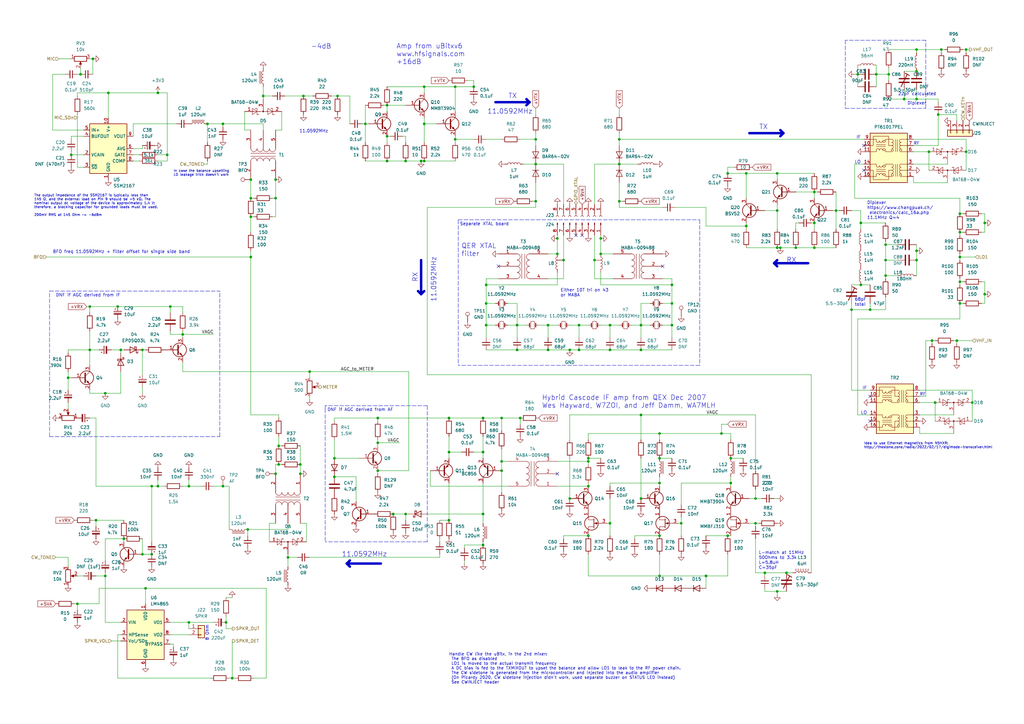
<source format=kicad_sch>
(kicad_sch (version 20211123) (generator eeschema)

  (uuid 0e592cd4-1950-44ef-9727-8e526f4c4e12)

  (paper "A3")

  (title_block
    (title "DART-70 TRX")
    (date "2023-03-06")
    (rev "0")
    (company "HB9EGM")
    (comment 1 "A 4m Band SSB/CW Transceiver")
    (comment 2 "Baseband")
  )

  

  (junction (at 186.69 57.15) (diameter 0) (color 0 0 0 0)
    (uuid 0079a40d-5664-4eb5-a4a1-35e197c9e578)
  )
  (junction (at 172.72 66.04) (diameter 0) (color 0 0 0 0)
    (uuid 027f19f3-a3d5-4daa-a96e-c5d9a71c1df8)
  )
  (junction (at 158.75 55.88) (diameter 0) (color 0 0 0 0)
    (uuid 02d8bab6-e62a-43d8-ae0a-47eb8be52f66)
  )
  (junction (at 58.42 143.51) (diameter 0) (color 0 0 0 0)
    (uuid 059f4155-bed3-4fb2-9baa-d569f31b7e5d)
  )
  (junction (at 320.04 101.6) (diameter 0) (color 0 0 0 0)
    (uuid 076a6a07-11fa-4191-a538-035a47a6b026)
  )
  (junction (at 199.39 124.46) (diameter 0) (color 0 0 0 0)
    (uuid 08e3fbcd-b24c-43b5-a2a5-3ed606084464)
  )
  (junction (at 375.92 20.32) (diameter 0) (color 0 0 0 0)
    (uuid 0e0e432b-78ea-4677-9624-cfa175a66f05)
  )
  (junction (at 262.89 143.51) (diameter 0) (color 0 0 0 0)
    (uuid 0e565d2a-00bb-4f20-8e2e-0f824e8d2762)
  )
  (junction (at 356.87 127) (diameter 0) (color 0 0 0 0)
    (uuid 0e79f50c-6749-4775-a4f9-1113788b2e6b)
  )
  (junction (at 241.3 189.23) (diameter 0) (color 0 0 0 0)
    (uuid 0f8367d0-e4ea-40ae-8dac-4e16d60a532f)
  )
  (junction (at 298.45 71.12) (diameter 0) (color 0 0 0 0)
    (uuid 1012b60c-7995-4cf6-a029-e4cda1fc26a4)
  )
  (junction (at 39.37 213.36) (diameter 0) (color 0 0 0 0)
    (uuid 1761eacf-5516-4f80-af22-ca5c2f3d7629)
  )
  (junction (at 173.99 50.8) (diameter 0) (color 0 0 0 0)
    (uuid 17a2367e-a2ff-4b57-83ee-9ab25894ec97)
  )
  (junction (at 48.26 125.73) (diameter 0) (color 0 0 0 0)
    (uuid 1843d2c0-629c-44e7-8460-03ced60a2111)
  )
  (junction (at 334.01 101.6) (diameter 0) (color 0 0 0 0)
    (uuid 1938c685-27ac-44a9-aab4-2c6ed50b8ec7)
  )
  (junction (at 295.91 177.8) (diameter 0) (color 0 0 0 0)
    (uuid 1a164a1f-45a6-43b7-9b64-349463c23d37)
  )
  (junction (at 166.37 210.82) (diameter 0) (color 0 0 0 0)
    (uuid 1c038126-c738-4381-b698-5c33c4341ae8)
  )
  (junction (at 64.77 38.1) (diameter 0) (color 0 0 0 0)
    (uuid 1d478e31-7d05-4026-94bc-716d6e6d4a57)
  )
  (junction (at 262.89 204.47) (diameter 0) (color 0 0 0 0)
    (uuid 1de51305-582b-4628-8092-75c3cf54eea0)
  )
  (junction (at 113.03 194.31) (diameter 0) (color 0 0 0 0)
    (uuid 1e5b8adc-bfe4-4d62-8fbb-b09ad198c5b6)
  )
  (junction (at 233.68 143.51) (diameter 0) (color 0 0 0 0)
    (uuid 210630ed-a720-499f-8ec9-3630627e1e05)
  )
  (junction (at 194.31 35.56) (diameter 0) (color 0 0 0 0)
    (uuid 222d63d3-68ff-4a04-b7c3-6efd5c4ab9e1)
  )
  (junction (at 381 62.23) (diameter 0) (color 0 0 0 0)
    (uuid 223b72c8-191b-4d26-8e73-2beb56cb0a2b)
  )
  (junction (at 298.45 219.71) (diameter 0) (color 0 0 0 0)
    (uuid 22f086a0-4e36-4832-8e1e-3bdb65f5c3f2)
  )
  (junction (at 212.09 143.51) (diameter 0) (color 0 0 0 0)
    (uuid 24fd922c-d488-4d61-b6dc-9d3e359ccc82)
  )
  (junction (at 299.72 187.96) (diameter 0) (color 0 0 0 0)
    (uuid 2583e10f-d237-4b6a-a35d-cff26f964496)
  )
  (junction (at 384.81 46.99) (diameter 0) (color 0 0 0 0)
    (uuid 2752e81c-fd78-4adc-8a3e-c2100d5bd7d7)
  )
  (junction (at 44.45 38.1) (diameter 0) (color 0 0 0 0)
    (uuid 2792ed93-89db-4e51-99ff-281323e776eb)
  )
  (junction (at 43.18 161.29) (diameter 0) (color 0 0 0 0)
    (uuid 2ac61f93-ebdb-4844-a9b1-76718596cd8a)
  )
  (junction (at 158.75 43.18) (diameter 0) (color 0 0 0 0)
    (uuid 2cd3680a-9e9d-4c97-9125-39c64a75e644)
  )
  (junction (at 270.51 198.12) (diameter 0) (color 0 0 0 0)
    (uuid 2d264e2f-7e31-4a17-86c5-13a68ab3ff7e)
  )
  (junction (at 363.22 106.68) (diameter 0) (color 0 0 0 0)
    (uuid 2fd14c3b-7e81-4330-b4b6-7d3b5d88fd5c)
  )
  (junction (at 393.7 115.57) (diameter 0) (color 0 0 0 0)
    (uuid 2fdc7923-56aa-4f0e-b559-e1b2e79c3c8f)
  )
  (junction (at 114.3 190.5) (diameter 0) (color 0 0 0 0)
    (uuid 30a877c2-a2d2-45b6-a8fa-8c4567fd5621)
  )
  (junction (at 382.27 139.7) (diameter 0) (color 0 0 0 0)
    (uuid 30dc039a-a902-4295-a2ea-7a00c6153126)
  )
  (junction (at 318.77 71.12) (diameter 0) (color 0 0 0 0)
    (uuid 315201dd-7991-408a-b65b-aa397fb29cdd)
  )
  (junction (at 38.1 24.13) (diameter 0) (color 0 0 0 0)
    (uuid 335263d3-7e35-4a9c-83c2-cd71d45f0688)
  )
  (junction (at 383.54 165.1) (diameter 0) (color 0 0 0 0)
    (uuid 3365c11b-b4a5-418d-85ee-41028926f18a)
  )
  (junction (at 351.79 30.48) (diameter 0) (color 0 0 0 0)
    (uuid 3b4c9779-bcad-4732-8142-8c3ab8d0419f)
  )
  (junction (at 173.99 35.56) (diameter 0) (color 0 0 0 0)
    (uuid 3bd6009a-f48b-4c66-92de-4d24549b4c7d)
  )
  (junction (at 161.29 210.82) (diameter 0) (color 0 0 0 0)
    (uuid 3bf0f30a-4c02-4011-9e56-5268cd9a18bc)
  )
  (junction (at 198.12 171.45) (diameter 0) (color 0 0 0 0)
    (uuid 3e9deac2-8e86-484c-b76a-a334d0715f66)
  )
  (junction (at 403.86 120.65) (diameter 0) (color 0 0 0 0)
    (uuid 3f6ba890-8616-4e68-b9d0-3d4eacc2e5c7)
  )
  (junction (at 254 82.55) (diameter 0) (color 0 0 0 0)
    (uuid 3fab5bb1-8815-4b0a-a5a7-85bc20dde8b0)
  )
  (junction (at 375.92 106.68) (diameter 0) (color 0 0 0 0)
    (uuid 3fcecab3-b47b-4a8c-9fb9-b323af94bc6b)
  )
  (junction (at 173.99 66.04) (diameter 0) (color 0 0 0 0)
    (uuid 43c88063-044a-47b7-b010-f3fb76152eec)
  )
  (junction (at 375.92 102.87) (diameter 0) (color 0 0 0 0)
    (uuid 446196fa-4af3-4fe1-9348-f02489c61276)
  )
  (junction (at 199.39 133.35) (diameter 0) (color 0 0 0 0)
    (uuid 460147d8-e4b6-4910-88e9-07d1ddd6c2df)
  )
  (junction (at 219.71 57.15) (diameter 0) (color 0 0 0 0)
    (uuid 485f8372-6f58-431e-9419-bfc90ad67732)
  )
  (junction (at 364.49 30.48) (diameter 0) (color 0 0 0 0)
    (uuid 4b3ba67b-606d-4750-abb9-54a01fd7bc1a)
  )
  (junction (at 212.09 133.35) (diameter 0) (color 0 0 0 0)
    (uuid 4b982f8b-ca29-4ebf-88fc-8a50b24e0802)
  )
  (junction (at 359.41 30.48) (diameter 0) (color 0 0 0 0)
    (uuid 4bcbab50-174d-4a4b-8660-c13a99f4d953)
  )
  (junction (at 246.38 104.14) (diameter 0) (color 0 0 0 0)
    (uuid 4d4b296b-354c-4f54-8b98-a9fec52fa110)
  )
  (junction (at 375.92 29.21) (diameter 0) (color 0 0 0 0)
    (uuid 4dbafe87-53e2-4b1b-b9d1-f029995a0c51)
  )
  (junction (at 91.44 50.8) (diameter 0) (color 0 0 0 0)
    (uuid 4f100da6-d6f9-4b77-90f1-fda986c2ed73)
  )
  (junction (at 113.03 81.28) (diameter 0) (color 0 0 0 0)
    (uuid 4f661a6f-98d8-4461-9401-113364b1e3a8)
  )
  (junction (at 184.15 213.36) (diameter 0) (color 0 0 0 0)
    (uuid 510aabe6-d19e-45d2-9ee4-74f6d2e6df89)
  )
  (junction (at 393.7 87.63) (diameter 0) (color 0 0 0 0)
    (uuid 56e3e10b-0165-4e27-9816-f40b5bb7e426)
  )
  (junction (at 275.59 133.35) (diameter 0) (color 0 0 0 0)
    (uuid 5c4341e3-29f4-4014-ad6b-9b4cb50156a6)
  )
  (junction (at 246.38 97.79) (diameter 0) (color 0 0 0 0)
    (uuid 5d58706a-c013-405c-9112-847886006796)
  )
  (junction (at 262.89 133.35) (diameter 0) (color 0 0 0 0)
    (uuid 5dbda758-e74b-4ccf-ad68-495d537d68ba)
  )
  (junction (at 275.59 124.46) (diameter 0) (color 0 0 0 0)
    (uuid 5fc44bfc-3a32-42f5-89ff-303d655beeb1)
  )
  (junction (at 198.12 223.52) (diameter 0) (color 0 0 0 0)
    (uuid 611c0051-64b3-4ff6-b51a-6ea814324060)
  )
  (junction (at 69.85 125.73) (diameter 0) (color 0 0 0 0)
    (uuid 62ed984b-c070-4de1-bd86-30aeb09fb9cd)
  )
  (junction (at 326.39 101.6) (diameter 0) (color 0 0 0 0)
    (uuid 6333a58f-0905-40bf-8806-a9405483f292)
  )
  (junction (at 138.43 39.37) (diameter 0) (color 0 0 0 0)
    (uuid 67d87795-1d4f-4f21-9afa-f7da30e8b867)
  )
  (junction (at 342.9 86.36) (diameter 0) (color 0 0 0 0)
    (uuid 6bdd7ca9-a767-4e33-bf37-498b319fce63)
  )
  (junction (at 102.87 88.9) (diameter 0) (color 0 0 0 0)
    (uuid 6e61ed05-4ce2-4d6e-b300-e8935e213361)
  )
  (junction (at 62.23 227.33) (diameter 0) (color 0 0 0 0)
    (uuid 707b1436-6255-4e74-ac3c-e365f258d4c7)
  )
  (junction (at 270.51 236.22) (diameter 0) (color 0 0 0 0)
    (uuid 711716b4-cb3c-40a8-915f-7a9cd1c1a345)
  )
  (junction (at 306.07 92.71) (diameter 0) (color 0 0 0 0)
    (uuid 71548298-edf3-48ed-bda9-4f920bb3ffda)
  )
  (junction (at 334.01 91.44) (diameter 0) (color 0 0 0 0)
    (uuid 7203aae8-7ab5-4754-be1f-92fd79bf7883)
  )
  (junction (at 228.6 104.14) (diameter 0) (color 0 0 0 0)
    (uuid 7292e3c7-8290-4fad-a17c-92a17c78ac6c)
  )
  (junction (at 127 152.4) (diameter 0) (color 0 0 0 0)
    (uuid 76f10a7e-8bc4-4240-8e23-1f6453db5228)
  )
  (junction (at 254 57.15) (diameter 0) (color 0 0 0 0)
    (uuid 782fd8fa-9fb0-44b6-bdfd-23367a676327)
  )
  (junction (at 299.72 198.12) (diameter 0) (color 0 0 0 0)
    (uuid 79aa4561-3272-488a-aacc-d24a783bf3fa)
  )
  (junction (at 393.7 105.41) (diameter 0) (color 0 0 0 0)
    (uuid 88658da7-484b-4fb1-bd87-cf0fe9fbbc98)
  )
  (junction (at 318.77 86.36) (diameter 0) (color 0 0 0 0)
    (uuid 897a30bd-82ab-4191-9e1c-88c95eb420c0)
  )
  (junction (at 205.74 171.45) (diameter 0) (color 0 0 0 0)
    (uuid 89924c9d-894c-4783-bb98-91fe4fffc426)
  )
  (junction (at 363.22 100.33) (diameter 0) (color 0 0 0 0)
    (uuid 89a0992d-b4b4-4a98-9018-0c3e3ac7c4ed)
  )
  (junction (at 403.86 91.44) (diameter 0) (color 0 0 0 0)
    (uuid 8a030abd-885a-4b15-b74a-b44dc2b6c7d7)
  )
  (junction (at 334.01 78.74) (diameter 0) (color 0 0 0 0)
    (uuid 8cad30c6-cd21-4b04-8aa8-5dfd9876668a)
  )
  (junction (at 370.84 40.64) (diameter 0) (color 0 0 0 0)
    (uuid 8d45f61e-b48a-4d9a-9705-81179d1cee29)
  )
  (junction (at 92.71 255.27) (diameter 0) (color 0 0 0 0)
    (uuid 8d612602-5cc8-45dd-a943-2a29be4b9ede)
  )
  (junction (at 102.87 81.28) (diameter 0) (color 0 0 0 0)
    (uuid 8edc9989-feda-4190-96e8-8ba0ca953891)
  )
  (junction (at 43.18 236.22) (diameter 0) (color 0 0 0 0)
    (uuid 8f57152a-781e-4e8e-b36c-e81f9a864e3b)
  )
  (junction (at 250.19 214.63) (diameter 0) (color 0 0 0 0)
    (uuid 91049a94-ccf8-463e-ab05-8a76a56be653)
  )
  (junction (at 309.88 214.63) (diameter 0) (color 0 0 0 0)
    (uuid 9134413a-edf3-40ce-9ec2-93a536746842)
  )
  (junction (at 318.77 242.57) (diameter 0) (color 0 0 0 0)
    (uuid 92b5166e-7b6a-4c31-94b5-b9d3f56f30b6)
  )
  (junction (at 205.74 189.23) (diameter 0) (color 0 0 0 0)
    (uuid 94a7e072-a853-4895-a974-0e863ac9edc2)
  )
  (junction (at 113.03 73.66) (diameter 0) (color 0 0 0 0)
    (uuid 9501ad82-8c5c-4bd6-a4e5-d738b7099508)
  )
  (junction (at 224.79 133.35) (diameter 0) (color 0 0 0 0)
    (uuid 9666bb6a-0c1d-4c92-be6d-94a465ec5c51)
  )
  (junction (at 64.77 199.39) (diameter 0) (color 0 0 0 0)
    (uuid 97e09b83-0572-4634-8ce7-0a86f1339fd8)
  )
  (junction (at 107.95 39.37) (diameter 0) (color 0 0 0 0)
    (uuid 983034d1-18ea-4dac-8753-9630cc5e0592)
  )
  (junction (at 386.08 20.32) (diameter 0) (color 0 0 0 0)
    (uuid 9873db56-1f37-4fe2-98ad-60e4c87af40c)
  )
  (junction (at 275.59 116.84) (diameter 0) (color 0 0 0 0)
    (uuid 9918dbb5-067b-4f72-a60f-e99dd790b7bf)
  )
  (junction (at 270.51 177.8) (diameter 0) (color 0 0 0 0)
    (uuid 994aaeb0-a945-4297-8f22-64b15ec2470b)
  )
  (junction (at 363.22 113.03) (diameter 0) (color 0 0 0 0)
    (uuid 9a438e91-12f1-4003-9587-51635f0ae695)
  )
  (junction (at 102.87 73.66) (diameter 0) (color 0 0 0 0)
    (uuid 9d0f1857-3b05-4e01-b461-94289f64ce4a)
  )
  (junction (at 123.19 194.31) (diameter 0) (color 0 0 0 0)
    (uuid 9d1032f1-04b7-4a45-a406-c5f306a5a4a3)
  )
  (junction (at 154.94 193.04) (diameter 0) (color 0 0 0 0)
    (uuid a31e2cb7-a272-450b-beca-1b3c3565662d)
  )
  (junction (at 393.7 95.25) (diameter 0) (color 0 0 0 0)
    (uuid a4615cb6-40e1-4e6b-aa44-484a7357f4a4)
  )
  (junction (at 198.12 185.42) (diameter 0) (color 0 0 0 0)
    (uuid a4ec02e9-e140-4dcc-958f-47f7624526cb)
  )
  (junction (at 36.83 125.73) (diameter 0) (color 0 0 0 0)
    (uuid a65cad0c-0ef1-4ea5-a965-4eae7ac1f6af)
  )
  (junction (at 231.14 106.68) (diameter 0) (color 0 0 0 0)
    (uuid a662cdd6-a57e-4364-b8b3-c025c426c5be)
  )
  (junction (at 31.75 247.65) (diameter 0) (color 0 0 0 0)
    (uuid a69f72c8-ce0f-4293-bf44-c6832495c836)
  )
  (junction (at 77.47 199.39) (diameter 0) (color 0 0 0 0)
    (uuid a7cad282-51c3-4f24-be5e-311c2c5e959b)
  )
  (junction (at 137.16 195.58) (diameter 0) (color 0 0 0 0)
    (uuid a8675aa5-24f4-4a65-9564-259800e24a61)
  )
  (junction (at 228.6 97.79) (diameter 0) (color 0 0 0 0)
    (uuid aa537d78-628c-458e-8a08-c2dae82aca82)
  )
  (junction (at 318.77 101.6) (diameter 0) (color 0 0 0 0)
    (uuid aad5fe2f-2964-4c2f-90b5-8ec10e02fb70)
  )
  (junction (at 158.75 66.04) (diameter 0) (color 0 0 0 0)
    (uuid ab5a5163-9113-4726-bc7a-7e25f5bcb137)
  )
  (junction (at 27.94 154.94) (diameter 0) (color 0 0 0 0)
    (uuid ac0e5582-f44c-4bc2-8ae7-2c3f1115fb00)
  )
  (junction (at 33.02 30.48) (diameter 0) (color 0 0 0 0)
    (uuid ad2d033c-4040-4813-b5da-82cf827f9d86)
  )
  (junction (at 237.49 133.35) (diameter 0) (color 0 0 0 0)
    (uuid ad485fa9-ca4c-467a-b6d9-302ae2ec4eaa)
  )
  (junction (at 91.44 199.39) (diameter 0) (color 0 0 0 0)
    (uuid ae4c18cc-90ed-4d31-b27a-ee22bf49a14e)
  )
  (junction (at 237.49 143.51) (diameter 0) (color 0 0 0 0)
    (uuid aed41e50-066a-4d5d-9b35-33c86a58f817)
  )
  (junction (at 309.88 204.47) (diameter 0) (color 0 0 0 0)
    (uuid b046cbfe-7bd9-4ac8-9c60-a84b90a07076)
  )
  (junction (at 198.12 210.82) (diameter 0) (color 0 0 0 0)
    (uuid b0bd599f-5320-4de4-9844-b1248597f45d)
  )
  (junction (at 59.69 241.3) (diameter 0) (color 0 0 0 0)
    (uuid b2c93e47-1b35-4bce-b217-c95c59af9fea)
  )
  (junction (at 102.87 105.41) (diameter 0) (color 0 0 0 0)
    (uuid b2fc5a98-a9c8-4ffb-bf05-9a95788a6f6e)
  )
  (junction (at 199.39 116.84) (diameter 0) (color 0 0 0 0)
    (uuid b3ba518e-938d-434b-8f72-5ecf3fd42313)
  )
  (junction (at 154.94 181.61) (diameter 0) (color 0 0 0 0)
    (uuid b52e2ac1-1ad4-4299-a3b7-5950aeda9b09)
  )
  (junction (at 219.71 67.31) (diameter 0) (color 0 0 0 0)
    (uuid b55942a4-2e67-4c91-a2e2-17d287af1b39)
  )
  (junction (at 58.42 227.33) (diameter 0) (color 0 0 0 0)
    (uuid b67c5032-3958-4f67-8cff-2bc749aa2559)
  )
  (junction (at 68.58 63.5) (diameter 0) (color 0 0 0 0)
    (uuid b6a3e709-356a-4a55-ac00-07ba73afac37)
  )
  (junction (at 313.69 234.95) (diameter 0) (color 0 0 0 0)
    (uuid b7b0b83f-2dad-41a6-8e3b-dd0617021680)
  )
  (junction (at 233.68 204.47) (diameter 0) (color 0 0 0 0)
    (uuid bb8fc86a-138e-468d-a6f3-4d425bea2798)
  )
  (junction (at 241.3 199.39) (diameter 0) (color 0 0 0 0)
    (uuid bcb7b50e-e30b-4748-9ad3-15fd19268fd8)
  )
  (junction (at 270.51 187.96) (diameter 0) (color 0 0 0 0)
    (uuid bdd38f4a-d1f5-49ea-86a0-7074369f7406)
  )
  (junction (at 101.6 217.17) (diameter 0) (color 0 0 0 0)
    (uuid bf1cf86a-4cef-455a-b67c-093dbb9970e5)
  )
  (junction (at 95.25 278.13) (diameter 0) (color 0 0 0 0)
    (uuid bff74fb8-2e53-4140-9d30-8bb9b336dda4)
  )
  (junction (at 50.8 220.98) (diameter 0) (color 0 0 0 0)
    (uuid c07980be-125c-4459-be81-f2b8371f5ae2)
  )
  (junction (at 205.74 193.04) (diameter 0) (color 0 0 0 0)
    (uuid c41a688f-80a3-4252-bb37-134631846db3)
  )
  (junction (at 250.19 143.51) (diameter 0) (color 0 0 0 0)
    (uuid c8816f2b-d043-4f02-8988-815e5e7435ee)
  )
  (junction (at 118.11 228.6) (diameter 0) (color 0 0 0 0)
    (uuid c8c4fbfe-4e9c-445d-882a-7f1bac80adc8)
  )
  (junction (at 250.19 133.35) (diameter 0) (color 0 0 0 0)
    (uuid ca2ddb3d-eff7-4148-ac57-d5c14ba8be31)
  )
  (junction (at 393.7 124.46) (diameter 0) (color 0 0 0 0)
    (uuid ca5a4e59-a0d9-41f3-a4f9-8e9003dc636c)
  )
  (junction (at 241.3 187.96) (diameter 0) (color 0 0 0 0)
    (uuid cf4a7a0f-4b62-4a14-8810-1f9be9bb8bca)
  )
  (junction (at 375.92 40.64) (diameter 0) (color 0 0 0 0)
    (uuid cfd26f0b-c959-40e8-8a7e-48204bb5c64f)
  )
  (junction (at 224.79 143.51) (diameter 0) (color 0 0 0 0)
    (uuid d3e01bdf-5c14-407f-80a1-1d934fc04fab)
  )
  (junction (at 149.86 50.8) (diameter 0) (color 0 0 0 0)
    (uuid d46cfddd-ae59-45a8-a05e-501b77d91351)
  )
  (junction (at 124.46 39.37) (diameter 0) (color 0 0 0 0)
    (uuid d47b6e93-2883-4b61-9107-b49e482eb126)
  )
  (junction (at 270.51 219.71) (diameter 0) (color 0 0 0 0)
    (uuid d5fa5081-044e-4305-8f5d-d2a56bf86d29)
  )
  (junction (at 77.47 255.27) (diameter 0) (color 0 0 0 0)
    (uuid d6fda246-3399-48cd-8a06-99bbdf8c75e4)
  )
  (junction (at 241.3 219.71) (diameter 0) (color 0 0 0 0)
    (uuid d703d54e-2823-4563-98c8-59d8b8b54fec)
  )
  (junction (at 166.37 66.04) (diameter 0) (color 0 0 0 0)
    (uuid d774c163-0e71-4e59-99e8-33a6c910c00d)
  )
  (junction (at 62.23 199.39) (diameter 0) (color 0 0 0 0)
    (uuid d7d4c350-2318-4a09-b921-0a78963f6666)
  )
  (junction (at 254 67.31) (diameter 0) (color 0 0 0 0)
    (uuid d964cb21-9482-4b14-9981-964030a476a5)
  )
  (junction (at 219.71 82.55) (diameter 0) (color 0 0 0 0)
    (uuid d96c7ae3-a14b-4da8-8c67-7918799c8e60)
  )
  (junction (at 396.24 62.23) (diameter 0) (color 0 0 0 0)
    (uuid daa9b5c5-21a2-4482-b81a-69bb9f749fb7)
  )
  (junction (at 186.69 35.56) (diameter 0) (color 0 0 0 0)
    (uuid dcdfeb28-863e-4a43-ad64-f6e45863b4d7)
  )
  (junction (at 213.36 171.45) (diameter 0) (color 0 0 0 0)
    (uuid ddaaa428-40ee-45ee-a789-6961e25a11bb)
  )
  (junction (at 392.43 139.7) (diameter 0) (color 0 0 0 0)
    (uuid de1eb50d-ef90-4d0d-a112-fc865a422b99)
  )
  (junction (at 289.56 236.22) (diameter 0) (color 0 0 0 0)
    (uuid df231e82-dc0c-49c1-a01b-d2be84591ff3)
  )
  (junction (at 322.58 234.95) (diameter 0) (color 0 0 0 0)
    (uuid e15f6002-d342-413a-a773-225c5f4cfb04)
  )
  (junction (at 396.24 20.32) (diameter 0) (color 0 0 0 0)
    (uuid e2d27bd1-d4c5-4321-a13b-160cb2d6015d)
  )
  (junction (at 49.53 143.51) (diameter 0) (color 0 0 0 0)
    (uuid e3903eeb-8b72-4b40-a088-cbbba270c01b)
  )
  (junction (at 184.15 171.45) (diameter 0) (color 0 0 0 0)
    (uuid e68e2295-e5ad-41e7-931d-7bf2c40e2981)
  )
  (junction (at 279.4 214.63) (diameter 0) (color 0 0 0 0)
    (uuid e736b041-4756-4726-980f-1b93cf00a2ad)
  )
  (junction (at 243.84 106.68) (diameter 0) (color 0 0 0 0)
    (uuid e7eee956-d2ad-4d33-9823-9759f9a8aab1)
  )
  (junction (at 74.93 137.16) (diameter 0) (color 0 0 0 0)
    (uuid e8558fbd-ea42-43a6-966a-7bd304bdfaad)
  )
  (junction (at 353.06 91.44) (diameter 0) (color 0 0 0 0)
    (uuid e8822f44-e7ca-47f3-a9bc-951244c889e7)
  )
  (junction (at 36.83 143.51) (diameter 0) (color 0 0 0 0)
    (uuid eac540a2-0555-4530-b9cb-9b037a65c0a7)
  )
  (junction (at 114.3 182.88) (diameter 0) (color 0 0 0 0)
    (uuid eb3c65f0-3082-4c13-98c1-cac8dc7eccac)
  )
  (junction (at 137.16 187.96) (diameter 0) (color 0 0 0 0)
    (uuid ecba702e-9fb5-4bd7-9b08-5197492ec54b)
  )
  (junction (at 349.25 127) (diameter 0) (color 0 0 0 0)
    (uuid ef4c798c-4721-49f1-8016-e362a6672715)
  )
  (junction (at 398.78 165.1) (diameter 0) (color 0 0 0 0)
    (uuid efac21da-3f93-4ae4-bab8-dbdec293c35e)
  )
  (junction (at 306.07 71.12) (diameter 0) (color 0 0 0 0)
    (uuid f02e930f-fe1a-4921-a9df-ee330f41d2bd)
  )
  (junction (at 154.94 171.45) (diameter 0) (color 0 0 0 0)
    (uuid f1a9e2a2-6347-4852-b335-cf8402c433a4)
  )
  (junction (at 353.06 116.84) (diameter 0) (color 0 0 0 0)
    (uuid f22dadd7-4a1b-4449-b981-cbbeced9fbc5)
  )
  (junction (at 85.09 50.8) (diameter 0) (color 0 0 0 0)
    (uuid f9362574-7797-4e6e-9765-e515232ee831)
  )
  (junction (at 184.15 185.42) (diameter 0) (color 0 0 0 0)
    (uuid fb5d1a59-18d1-49ea-b504-10e76cce8897)
  )
  (junction (at 123.19 190.5) (diameter 0) (color 0 0 0 0)
    (uuid fbe71f6a-7e5a-41f1-9e6e-b2e94d49a3bc)
  )
  (junction (at 29.21 63.5) (diameter 0) (color 0 0 0 0)
    (uuid fe2b05f5-675b-44d0-956c-c5829b7c692a)
  )
  (junction (at 262.89 170.18) (diameter 0) (color 0 0 0 0)
    (uuid fe2ce942-d4c5-4b3f-a09e-cda9276450f6)
  )

  (no_connect (at 356.87 172.72) (uuid 112718f1-f222-4c50-a4f0-a42dabd066b7))
  (no_connect (at 236.22 96.52) (uuid 2b99a1e6-5f67-436f-9ed5-38e8bfd4c142))
  (no_connect (at 354.33 69.85) (uuid 36cd8509-4b06-4001-aa2f-00b548cb4477))
  (no_connect (at 204.47 109.22) (uuid 4866aeb4-d287-46eb-8d15-c55d9c708490))
  (no_connect (at 354.33 59.69) (uuid 6226f2ac-b9bf-4733-a388-cd49aa6934ae))
  (no_connect (at 356.87 162.56) (uuid 69a2fbd1-0689-4722-b099-d7d4b3a2c805))
  (no_connect (at 271.78 109.22) (uuid 8a4c8ee9-530e-4698-8694-1dcab411e819))
  (no_connect (at 228.6 194.31) (uuid afdb3662-3196-4d9d-b0e8-7f416bb5cd4f))
  (no_connect (at 238.76 96.52) (uuid ee08a6c2-528a-478b-9089-08fe9a37ec7e))

  (wire (pts (xy 403.86 87.63) (xy 403.86 91.44))
    (stroke (width 0) (type default) (color 0 0 0 0))
    (uuid 006436ec-9ab2-4589-83be-4667e52db3bf)
  )
  (wire (pts (xy 205.74 171.45) (xy 205.74 176.53))
    (stroke (width 0) (type default) (color 0 0 0 0))
    (uuid 00c27d59-c437-4bee-9cde-cbd48a34e31b)
  )
  (wire (pts (xy 318.77 83.82) (xy 318.77 86.36))
    (stroke (width 0) (type default) (color 0 0 0 0))
    (uuid 00cf6024-5820-4cff-8981-5be2b438caf3)
  )
  (wire (pts (xy 87.63 199.39) (xy 91.44 199.39))
    (stroke (width 0) (type default) (color 0 0 0 0))
    (uuid 0113fe75-9787-49bd-865f-03242ce2a366)
  )
  (wire (pts (xy 219.71 57.15) (xy 219.71 54.61))
    (stroke (width 0) (type default) (color 0 0 0 0))
    (uuid 0125f083-fa2b-4a11-85be-7853b609b001)
  )
  (wire (pts (xy 359.41 30.48) (xy 359.41 35.56))
    (stroke (width 0) (type default) (color 0 0 0 0))
    (uuid 01c67c04-8ed4-481b-b382-ac69e0a55001)
  )
  (wire (pts (xy 68.58 66.04) (xy 64.77 66.04))
    (stroke (width 0) (type default) (color 0 0 0 0))
    (uuid 01caafb3-af8a-4642-870c-c290b286d040)
  )
  (wire (pts (xy 166.37 43.18) (xy 158.75 43.18))
    (stroke (width 0) (type default) (color 0 0 0 0))
    (uuid 01f0181c-303d-46c7-ba34-20eee1c48cd1)
  )
  (wire (pts (xy 173.99 50.8) (xy 179.07 50.8))
    (stroke (width 0) (type default) (color 0 0 0 0))
    (uuid 0222c276-ce98-44cf-9ac7-d0d00163570d)
  )
  (wire (pts (xy 190.5 231.14) (xy 190.5 229.87))
    (stroke (width 0) (type default) (color 0 0 0 0))
    (uuid 027fc545-8a42-4646-8424-467711418116)
  )
  (wire (pts (xy 114.3 170.18) (xy 114.3 171.45))
    (stroke (width 0) (type default) (color 0 0 0 0))
    (uuid 0332aa97-cadc-4e7a-b8af-ca59e255597d)
  )
  (wire (pts (xy 173.99 66.04) (xy 186.69 66.04))
    (stroke (width 0) (type default) (color 0 0 0 0))
    (uuid 035d062f-f875-4853-8ca1-a348c3967bb1)
  )
  (wire (pts (xy 113.03 214.63) (xy 110.49 214.63))
    (stroke (width 0) (type default) (color 0 0 0 0))
    (uuid 03b7756f-0559-43eb-b24d-3aefa5a15899)
  )
  (wire (pts (xy 394.97 20.32) (xy 396.24 20.32))
    (stroke (width 0) (type default) (color 0 0 0 0))
    (uuid 03ce6745-00b2-4d2b-bad7-eb9745172859)
  )
  (wire (pts (xy 166.37 210.82) (xy 161.29 210.82))
    (stroke (width 0) (type default) (color 0 0 0 0))
    (uuid 03dd13e2-d89f-47ed-8a2f-ce75e7a97ef3)
  )
  (wire (pts (xy 262.89 133.35) (xy 266.7 133.35))
    (stroke (width 0) (type default) (color 0 0 0 0))
    (uuid 042fe62b-53aa-4e86-97d0-9ccb1e16a895)
  )
  (wire (pts (xy 379.73 139.7) (xy 382.27 139.7))
    (stroke (width 0) (type default) (color 0 0 0 0))
    (uuid 0437af13-5b81-4e18-82d5-0ec28c5d895f)
  )
  (wire (pts (xy 374.65 74.93) (xy 374.65 72.39))
    (stroke (width 0) (type default) (color 0 0 0 0))
    (uuid 047a18ce-9e77-4d7d-a9ce-60b21f671177)
  )
  (wire (pts (xy 31.75 68.58) (xy 34.29 68.58))
    (stroke (width 0) (type default) (color 0 0 0 0))
    (uuid 04868f85-bc69-4fa9-8e62-d78ffe5ae58e)
  )
  (wire (pts (xy 396.24 20.32) (xy 397.51 20.32))
    (stroke (width 0) (type default) (color 0 0 0 0))
    (uuid 04ef368b-f4e9-48da-956c-ee93cb3d01e8)
  )
  (wire (pts (xy 363.22 106.68) (xy 363.22 113.03))
    (stroke (width 0) (type default) (color 0 0 0 0))
    (uuid 05ddadd4-94df-4d6a-b500-ff320675ba33)
  )
  (wire (pts (xy 241.3 227.33) (xy 241.3 236.22))
    (stroke (width 0) (type default) (color 0 0 0 0))
    (uuid 066671d9-1fdf-4a05-a7e7-cadb7d44b89f)
  )
  (wire (pts (xy 356.87 124.46) (xy 356.87 127))
    (stroke (width 0) (type default) (color 0 0 0 0))
    (uuid 06fedb5b-65dd-4aa0-9e2d-b04e5a505f26)
  )
  (wire (pts (xy 208.28 124.46) (xy 212.09 124.46))
    (stroke (width 0) (type default) (color 0 0 0 0))
    (uuid 082d865b-0a4e-49c3-b18b-be47fd4a465a)
  )
  (wire (pts (xy 382.27 139.7) (xy 383.54 139.7))
    (stroke (width 0) (type default) (color 0 0 0 0))
    (uuid 0830aef1-c986-42f8-ba6a-a3fcacbf0210)
  )
  (wire (pts (xy 309.88 234.95) (xy 309.88 220.98))
    (stroke (width 0) (type default) (color 0 0 0 0))
    (uuid 08c8f1b4-737d-438b-967e-a77cce3833c0)
  )
  (wire (pts (xy 58.42 143.51) (xy 58.42 153.67))
    (stroke (width 0) (type default) (color 0 0 0 0))
    (uuid 09321bf4-1ea1-49b5-b1f9-ac29d6606a74)
  )
  (wire (pts (xy 173.99 35.56) (xy 186.69 35.56))
    (stroke (width 0) (type default) (color 0 0 0 0))
    (uuid 0943dfff-08fd-4176-a97a-8e271f47b148)
  )
  (wire (pts (xy 393.7 105.41) (xy 393.7 104.14))
    (stroke (width 0) (type default) (color 0 0 0 0))
    (uuid 09aa0d32-f4dc-42fd-a756-e1229737bd34)
  )
  (wire (pts (xy 289.56 236.22) (xy 289.56 241.3))
    (stroke (width 0) (type default) (color 0 0 0 0))
    (uuid 0a0c053c-54e0-4f14-b909-036d0c5fbf08)
  )
  (wire (pts (xy 158.75 43.18) (xy 158.75 45.72))
    (stroke (width 0) (type default) (color 0 0 0 0))
    (uuid 0a80373e-7854-41a7-8441-30fd81967887)
  )
  (wire (pts (xy 254 74.93) (xy 254 82.55))
    (stroke (width 0) (type default) (color 0 0 0 0))
    (uuid 0a9f993d-d83a-4cdc-bae3-0f40dd545220)
  )
  (wire (pts (xy 279.4 198.12) (xy 299.72 198.12))
    (stroke (width 0) (type default) (color 0 0 0 0))
    (uuid 0b5e9f79-a50b-4078-b2be-eff1d45ab7fc)
  )
  (wire (pts (xy 309.88 234.95) (xy 313.69 234.95))
    (stroke (width 0) (type default) (color 0 0 0 0))
    (uuid 0dc79dd3-c584-4173-b914-e6a8bcd18e45)
  )
  (wire (pts (xy 36.83 135.89) (xy 36.83 143.51))
    (stroke (width 0) (type default) (color 0 0 0 0))
    (uuid 0e1c6bbc-4cc4-4ce9-b48a-8292bb286da8)
  )
  (wire (pts (xy 246.38 97.79) (xy 246.38 96.52))
    (stroke (width 0) (type default) (color 0 0 0 0))
    (uuid 0f4b5c7f-79aa-4c46-b222-58e7e288b195)
  )
  (wire (pts (xy 33.02 27.94) (xy 33.02 30.48))
    (stroke (width 0) (type default) (color 0 0 0 0))
    (uuid 100847e3-630c-4c13-ba45-180e92370805)
  )
  (wire (pts (xy 318.77 71.12) (xy 318.77 73.66))
    (stroke (width 0) (type default) (color 0 0 0 0))
    (uuid 10ef0d40-b427-4fac-bff7-e8ca2d279fd2)
  )
  (wire (pts (xy 166.37 66.04) (xy 172.72 66.04))
    (stroke (width 0) (type default) (color 0 0 0 0))
    (uuid 11ac1ac8-72b6-43ed-915e-50f87561daf8)
  )
  (wire (pts (xy 107.95 50.8) (xy 91.44 50.8))
    (stroke (width 0) (type default) (color 0 0 0 0))
    (uuid 12340fb8-cd9c-4069-beec-13d4d2ea0d99)
  )
  (polyline (pts (xy 307.34 54.61) (xy 321.31 54.61))
    (stroke (width 1) (type solid) (color 0 0 0 0))
    (uuid 1281d63b-9c8c-4454-9b2d-0bbbc27e2ae7)
  )

  (wire (pts (xy 44.45 38.1) (xy 64.77 38.1))
    (stroke (width 0) (type default) (color 0 0 0 0))
    (uuid 12e17856-cd8c-41a8-bb2e-9faca10b0973)
  )
  (wire (pts (xy 393.7 130.81) (xy 351.79 130.81))
    (stroke (width 0) (type default) (color 0 0 0 0))
    (uuid 15352954-5a6d-4167-94e3-a8475b279783)
  )
  (wire (pts (xy 43.18 234.95) (xy 43.18 236.22))
    (stroke (width 0) (type default) (color 0 0 0 0))
    (uuid 15e1025c-faeb-49ff-aaa3-6ba9acaabd98)
  )
  (wire (pts (xy 137.16 172.72) (xy 137.16 171.45))
    (stroke (width 0) (type default) (color 0 0 0 0))
    (uuid 1606d99f-0508-4f2e-b63b-47e62c4312ee)
  )
  (wire (pts (xy 386.08 21.59) (xy 386.08 20.32))
    (stroke (width 0) (type default) (color 0 0 0 0))
    (uuid 16070e3c-2cc9-4d09-bef3-8ceccb63947e)
  )
  (wire (pts (xy 36.83 125.73) (xy 36.83 128.27))
    (stroke (width 0) (type default) (color 0 0 0 0))
    (uuid 16aa2316-1a67-45e5-b6c4-e59dd85814f4)
  )
  (wire (pts (xy 334.01 71.12) (xy 318.77 71.12))
    (stroke (width 0) (type default) (color 0 0 0 0))
    (uuid 16b8184d-4364-4664-b33c-1e355c0b0e6c)
  )
  (wire (pts (xy 298.45 68.58) (xy 298.45 71.12))
    (stroke (width 0) (type default) (color 0 0 0 0))
    (uuid 171c47c2-e63c-45a5-b02c-078b78214786)
  )
  (wire (pts (xy 115.57 182.88) (xy 114.3 182.88))
    (stroke (width 0) (type default) (color 0 0 0 0))
    (uuid 17c93850-5ebd-4f0d-b8eb-52bf14b01af4)
  )
  (wire (pts (xy 186.69 35.56) (xy 194.31 35.56))
    (stroke (width 0) (type default) (color 0 0 0 0))
    (uuid 18723066-b973-43bf-8bbf-4c210121a928)
  )
  (wire (pts (xy 334.01 78.74) (xy 334.01 81.28))
    (stroke (width 0) (type default) (color 0 0 0 0))
    (uuid 189610aa-2967-4418-8b8b-b36bdf6bc60b)
  )
  (wire (pts (xy 375.92 100.33) (xy 375.92 102.87))
    (stroke (width 0) (type default) (color 0 0 0 0))
    (uuid 19028db1-670b-4d84-9d20-5aa2f8585dd7)
  )
  (wire (pts (xy 342.9 101.6) (xy 334.01 101.6))
    (stroke (width 0) (type default) (color 0 0 0 0))
    (uuid 1966977a-39df-4890-91de-0e8ae767b0a0)
  )
  (wire (pts (xy 186.69 57.15) (xy 194.31 57.15))
    (stroke (width 0) (type default) (color 0 0 0 0))
    (uuid 19a56892-f9d5-4508-ab75-59721c555275)
  )
  (wire (pts (xy 313.69 242.57) (xy 313.69 241.3))
    (stroke (width 0) (type default) (color 0 0 0 0))
    (uuid 1a255025-6cad-4a3e-8763-c9c3ba585d53)
  )
  (wire (pts (xy 326.39 101.6) (xy 320.04 101.6))
    (stroke (width 0) (type default) (color 0 0 0 0))
    (uuid 1a86e987-6d08-4b7a-b2e3-f89b9863e895)
  )
  (wire (pts (xy 146.05 195.58) (xy 146.05 205.74))
    (stroke (width 0) (type default) (color 0 0 0 0))
    (uuid 1a9613ab-fb34-4a02-8365-aadaa421dfaf)
  )
  (wire (pts (xy 27.94 143.51) (xy 36.83 143.51))
    (stroke (width 0) (type default) (color 0 0 0 0))
    (uuid 1a9f0d73-6986-450b-8da5-dca8d718cd0d)
  )
  (wire (pts (xy 375.92 20.32) (xy 386.08 20.32))
    (stroke (width 0) (type default) (color 0 0 0 0))
    (uuid 1b89864d-e042-4259-99ab-c96136a33a11)
  )
  (wire (pts (xy 350.52 67.31) (xy 350.52 81.28))
    (stroke (width 0) (type default) (color 0 0 0 0))
    (uuid 1c0378fb-8fa4-4942-8a64-86b9252ef636)
  )
  (wire (pts (xy 254 82.55) (xy 254 85.09))
    (stroke (width 0) (type default) (color 0 0 0 0))
    (uuid 1c3c3108-d49a-4730-84a5-d29eb03028f4)
  )
  (wire (pts (xy 262.89 143.51) (xy 275.59 143.51))
    (stroke (width 0) (type default) (color 0 0 0 0))
    (uuid 1d8cbdb8-b0d5-4f06-84c8-05770b7e9555)
  )
  (wire (pts (xy 219.71 59.69) (xy 219.71 57.15))
    (stroke (width 0) (type default) (color 0 0 0 0))
    (uuid 1dbe419a-f71e-4ab5-9a49-e58e75747fdf)
  )
  (wire (pts (xy 118.11 217.17) (xy 101.6 217.17))
    (stroke (width 0) (type default) (color 0 0 0 0))
    (uuid 1dc9a7fa-415c-4243-97fb-46b0d627e89d)
  )
  (wire (pts (xy 137.16 171.45) (xy 154.94 171.45))
    (stroke (width 0) (type default) (color 0 0 0 0))
    (uuid 1ddbded3-4d65-49ba-8123-18c72e4b7f4a)
  )
  (wire (pts (xy 363.22 113.03) (xy 363.22 114.3))
    (stroke (width 0) (type default) (color 0 0 0 0))
    (uuid 1e2c0cdd-08a6-4586-b370-3ffc74205845)
  )
  (wire (pts (xy 243.84 106.68) (xy 243.84 114.3))
    (stroke (width 0) (type default) (color 0 0 0 0))
    (uuid 1e9638be-d271-44b9-9bc3-e37783c8782f)
  )
  (wire (pts (xy 158.75 66.04) (xy 166.37 66.04))
    (stroke (width 0) (type default) (color 0 0 0 0))
    (uuid 1f1052c4-d15a-450f-8bb0-3cc3f3592607)
  )
  (wire (pts (xy 250.19 204.47) (xy 250.19 214.63))
    (stroke (width 0) (type default) (color 0 0 0 0))
    (uuid 1f1c22b1-15a3-4e28-88a5-25ba2fbef197)
  )
  (wire (pts (xy 212.09 124.46) (xy 212.09 133.35))
    (stroke (width 0) (type default) (color 0 0 0 0))
    (uuid 1fd73780-e017-4e2c-9674-56cb6f09dc2d)
  )
  (wire (pts (xy 246.38 116.84) (xy 275.59 116.84))
    (stroke (width 0) (type default) (color 0 0 0 0))
    (uuid 2163a967-be2d-4344-a94d-f1b8da3dc3a3)
  )
  (wire (pts (xy 396.24 57.15) (xy 396.24 62.23))
    (stroke (width 0) (type default) (color 0 0 0 0))
    (uuid 2171e051-2b1c-4df3-9987-bb0d428437aa)
  )
  (wire (pts (xy 69.85 135.89) (xy 69.85 137.16))
    (stroke (width 0) (type default) (color 0 0 0 0))
    (uuid 22591446-6d82-47ac-b525-9e9deb496c8c)
  )
  (wire (pts (xy 137.16 180.34) (xy 137.16 187.96))
    (stroke (width 0) (type default) (color 0 0 0 0))
    (uuid 231e5ae4-1791-4485-9a32-a64456488009)
  )
  (wire (pts (xy 111.76 88.9) (xy 113.03 88.9))
    (stroke (width 0) (type default) (color 0 0 0 0))
    (uuid 233c88a4-9a5e-42af-96fb-5079a0c4ddfe)
  )
  (wire (pts (xy 241.3 189.23) (xy 241.3 187.96))
    (stroke (width 0) (type default) (color 0 0 0 0))
    (uuid 25347fbb-8744-4d15-9949-de9866144f81)
  )
  (wire (pts (xy 270.51 177.8) (xy 241.3 177.8))
    (stroke (width 0) (type default) (color 0 0 0 0))
    (uuid 2556849b-244d-40cf-86de-101d00a3273d)
  )
  (wire (pts (xy 275.59 187.96) (xy 270.51 187.96))
    (stroke (width 0) (type default) (color 0 0 0 0))
    (uuid 25b40549-5004-4a9f-8c83-45a4561f2c44)
  )
  (wire (pts (xy 39.37 213.36) (xy 50.8 213.36))
    (stroke (width 0) (type default) (color 0 0 0 0))
    (uuid 268a679e-e023-47f5-8a31-2516b1c23479)
  )
  (wire (pts (xy 295.91 173.99) (xy 295.91 177.8))
    (stroke (width 0) (type default) (color 0 0 0 0))
    (uuid 27937394-9bb7-48f6-a154-02c32eca1c67)
  )
  (wire (pts (xy 342.9 78.74) (xy 342.9 86.36))
    (stroke (width 0) (type default) (color 0 0 0 0))
    (uuid 2812f45e-ebd6-42bd-b5eb-ed95214eca8f)
  )
  (wire (pts (xy 198.12 198.12) (xy 198.12 210.82))
    (stroke (width 0) (type default) (color 0 0 0 0))
    (uuid 287f053d-d517-4f77-a833-8d255e7a9f3f)
  )
  (wire (pts (xy 31.75 247.65) (xy 40.64 247.65))
    (stroke (width 0) (type default) (color 0 0 0 0))
    (uuid 29b8b23a-e7ee-4dc9-92e7-c3cadb119379)
  )
  (wire (pts (xy 335.28 78.74) (xy 334.01 78.74))
    (stroke (width 0) (type default) (color 0 0 0 0))
    (uuid 2a3e52a2-02c1-4de1-bbee-f4f094c5cf5c)
  )
  (wire (pts (xy 205.74 189.23) (xy 205.74 193.04))
    (stroke (width 0) (type default) (color 0 0 0 0))
    (uuid 2a63233b-a7a2-4c59-82c8-58a12efecada)
  )
  (wire (pts (xy 250.19 214.63) (xy 248.92 214.63))
    (stroke (width 0) (type default) (color 0 0 0 0))
    (uuid 2afd810b-02fc-4ddc-b23c-b8689ad0ab1d)
  )
  (wire (pts (xy 34.29 55.88) (xy 29.21 55.88))
    (stroke (width 0) (type default) (color 0 0 0 0))
    (uuid 2b878984-ad62-40d5-87be-d30f465ae2b3)
  )
  (wire (pts (xy 74.93 152.4) (xy 74.93 148.59))
    (stroke (width 0) (type default) (color 0 0 0 0))
    (uuid 2b894b8a-c098-4d9d-be0f-2ef41dea274e)
  )
  (wire (pts (xy 266.7 124.46) (xy 262.89 124.46))
    (stroke (width 0) (type default) (color 0 0 0 0))
    (uuid 2ba6a5e2-be81-4fda-a558-a7c1489b8584)
  )
  (wire (pts (xy 228.6 97.79) (xy 228.6 104.14))
    (stroke (width 0) (type default) (color 0 0 0 0))
    (uuid 2bb91631-ebd1-41f4-8f02-7d20cea9a1ea)
  )
  (wire (pts (xy 118.11 228.6) (xy 118.11 227.33))
    (stroke (width 0) (type default) (color 0 0 0 0))
    (uuid 2bc9d2d9-93de-4c12-bc6b-86b8c29f0aa6)
  )
  (wire (pts (xy 199.39 114.3) (xy 199.39 116.84))
    (stroke (width 0) (type default) (color 0 0 0 0))
    (uuid 2d4b6a63-930e-4ce6-8f19-abaabb68aafd)
  )
  (wire (pts (xy 349.25 160.02) (xy 349.25 127))
    (stroke (width 0) (type default) (color 0 0 0 0))
    (uuid 2dcb67f4-c872-4b2a-956a-523605159edb)
  )
  (wire (pts (xy 128.27 39.37) (xy 124.46 39.37))
    (stroke (width 0) (type default) (color 0 0 0 0))
    (uuid 2e63a8de-ed51-4777-8337-472b5b4f8240)
  )
  (wire (pts (xy 275.59 138.43) (xy 275.59 133.35))
    (stroke (width 0) (type default) (color 0 0 0 0))
    (uuid 2e6b1f7e-e4c3-43a1-ae90-c85aa40696d5)
  )
  (wire (pts (xy 259.08 133.35) (xy 262.89 133.35))
    (stroke (width 0) (type default) (color 0 0 0 0))
    (uuid 2ec9be40-1d5a-4e2d-8a4d-4be2d3c079d5)
  )
  (wire (pts (xy 353.06 86.36) (xy 353.06 91.44))
    (stroke (width 0) (type default) (color 0 0 0 0))
    (uuid 2f3f2305-6e67-4103-9727-21f03965c347)
  )
  (wire (pts (xy 214.63 67.31) (xy 219.71 67.31))
    (stroke (width 0) (type default) (color 0 0 0 0))
    (uuid 3026ca22-9079-411a-bec8-e95daa0137af)
  )
  (wire (pts (xy 125.73 214.63) (xy 123.19 214.63))
    (stroke (width 0) (type default) (color 0 0 0 0))
    (uuid 307b7b86-dfcd-43e5-adae-a42ec65f9c2c)
  )
  (wire (pts (xy 241.3 190.5) (xy 241.3 189.23))
    (stroke (width 0) (type default) (color 0 0 0 0))
    (uuid 31405bcc-b3b5-4799-beda-e88762b1ff65)
  )
  (wire (pts (xy 241.3 236.22) (xy 270.51 236.22))
    (stroke (width 0) (type default) (color 0 0 0 0))
    (uuid 314a73cd-4340-4691-9097-14e559730536)
  )
  (wire (pts (xy 167.64 152.4) (xy 167.64 193.04))
    (stroke (width 0) (type default) (color 0 0 0 0))
    (uuid 321ed9e4-ae5b-472e-9566-a066b96db8bf)
  )
  (wire (pts (xy 233.68 170.18) (xy 233.68 180.34))
    (stroke (width 0) (type default) (color 0 0 0 0))
    (uuid 3276e29e-f986-4a1b-866c-9d3cbd2e5d3d)
  )
  (wire (pts (xy 186.69 45.72) (xy 186.69 35.56))
    (stroke (width 0) (type default) (color 0 0 0 0))
    (uuid 32d50c10-a20b-414f-afaf-7821cceaf33a)
  )
  (wire (pts (xy 26.67 30.48) (xy 21.59 30.48))
    (stroke (width 0) (type default) (color 0 0 0 0))
    (uuid 33b48673-c959-4510-b6fa-fd3f7bdb00fd)
  )
  (wire (pts (xy 64.77 63.5) (xy 68.58 63.5))
    (stroke (width 0) (type default) (color 0 0 0 0))
    (uuid 33b6dbe8-d555-4f35-a63c-27c75fa09ca7)
  )
  (wire (pts (xy 118.11 214.63) (xy 118.11 217.17))
    (stroke (width 0) (type default) (color 0 0 0 0))
    (uuid 33b8f01e-acf2-48c5-adde-e838f3dfad6d)
  )
  (wire (pts (xy 172.72 66.04) (xy 173.99 66.04))
    (stroke (width 0) (type default) (color 0 0 0 0))
    (uuid 341e0f4b-92fa-44cf-9e72-3a5fc025563e)
  )
  (wire (pts (xy 377.19 177.8) (xy 377.19 175.26))
    (stroke (width 0) (type default) (color 0 0 0 0))
    (uuid 34971b89-a71c-4b1e-9611-7fffde0ef9c4)
  )
  (wire (pts (xy 212.09 138.43) (xy 212.09 133.35))
    (stroke (width 0) (type default) (color 0 0 0 0))
    (uuid 35343f32-90ff-4059-a108-111fb444c3d2)
  )
  (wire (pts (xy 394.97 124.46) (xy 393.7 124.46))
    (stroke (width 0) (type default) (color 0 0 0 0))
    (uuid 3586fadc-dfb0-445d-9e9e-609ee49ba8a3)
  )
  (wire (pts (xy 27.94 160.02) (xy 27.94 154.94))
    (stroke (width 0) (type default) (color 0 0 0 0))
    (uuid 35e60fa0-27cf-4d0e-8bab-b364400c08c0)
  )
  (wire (pts (xy 123.19 194.31) (xy 123.19 190.5))
    (stroke (width 0) (type default) (color 0 0 0 0))
    (uuid 362da67e-2cbf-4626-b5c1-6c5ba9fb75f9)
  )
  (wire (pts (xy 208.28 189.23) (xy 205.74 189.23))
    (stroke (width 0) (type default) (color 0 0 0 0))
    (uuid 364f7692-8fd2-4996-8f00-fec21fff2827)
  )
  (wire (pts (xy 275.59 133.35) (xy 271.78 133.35))
    (stroke (width 0) (type default) (color 0 0 0 0))
    (uuid 36696ac6-2db1-4b52-ae3d-9f3c89d2042f)
  )
  (wire (pts (xy 332.74 153.67) (xy 175.26 153.67))
    (stroke (width 0) (type default) (color 0 0 0 0))
    (uuid 369c2242-d22f-4370-b888-6adc5e444aec)
  )
  (wire (pts (xy 43.18 220.98) (xy 50.8 220.98))
    (stroke (width 0) (type default) (color 0 0 0 0))
    (uuid 37776474-3e55-452d-b61d-56f6c437c0b7)
  )
  (wire (pts (xy 368.3 113.03) (xy 363.22 113.03))
    (stroke (width 0) (type default) (color 0 0 0 0))
    (uuid 37c4ff09-2526-492b-a9f8-7ea7ff67af23)
  )
  (wire (pts (xy 104.14 278.13) (xy 109.22 278.13))
    (stroke (width 0) (type default) (color 0 0 0 0))
    (uuid 37f9ff9e-4ac0-495a-8616-d843451c132e)
  )
  (polyline (pts (xy 20.32 179.07) (xy 20.32 119.38))
    (stroke (width 0) (type default) (color 0 0 0 0))
    (uuid 38a62d51-e863-4b0e-8f07-7e1cafdb4037)
  )

  (wire (pts (xy 49.53 260.35) (xy 48.26 260.35))
    (stroke (width 0) (type default) (color 0 0 0 0))
    (uuid 38d04039-5d82-48aa-b8b9-bc35b46616f0)
  )
  (wire (pts (xy 198.12 210.82) (xy 175.26 210.82))
    (stroke (width 0) (type default) (color 0 0 0 0))
    (uuid 393131ec-a9a2-4b13-8fa7-5bb85d9e7338)
  )
  (wire (pts (xy 199.39 116.84) (xy 199.39 124.46))
    (stroke (width 0) (type default) (color 0 0 0 0))
    (uuid 3a274653-eff3-4ffe-9be8-2bfd0950af0a)
  )
  (polyline (pts (xy 172.72 120.65) (xy 173.99 119.38))
    (stroke (width 1) (type solid) (color 0 0 0 0))
    (uuid 3a303245-2826-476f-837a-6c776ac8eec5)
  )
  (polyline (pts (xy 317.5 107.95) (xy 318.77 106.68))
    (stroke (width 1) (type default) (color 0 0 0 0))
    (uuid 3ae1ad84-1d31-4d2b-b989-ca9af6058aea)
  )

  (wire (pts (xy 384.81 46.99) (xy 384.81 59.69))
    (stroke (width 0) (type default) (color 0 0 0 0))
    (uuid 3b27dc08-2c00-4501-9b7e-e1fc9c4c1450)
  )
  (wire (pts (xy 237.49 133.35) (xy 241.3 133.35))
    (stroke (width 0) (type default) (color 0 0 0 0))
    (uuid 3c11bba2-1b60-442e-87b9-29fc89c74881)
  )
  (wire (pts (xy 318.77 204.47) (xy 317.5 204.47))
    (stroke (width 0) (type default) (color 0 0 0 0))
    (uuid 3ccaef01-74e6-4115-959d-fbd093047018)
  )
  (wire (pts (xy 243.84 114.3) (xy 251.46 114.3))
    (stroke (width 0) (type default) (color 0 0 0 0))
    (uuid 3ce385e6-83c9-457f-9081-a08d654779c4)
  )
  (wire (pts (xy 85.09 50.8) (xy 91.44 50.8))
    (stroke (width 0) (type default) (color 0 0 0 0))
    (uuid 3d0f8577-6ffa-41a9-8b25-878e6e828efa)
  )
  (wire (pts (xy 213.36 173.99) (xy 213.36 171.45))
    (stroke (width 0) (type default) (color 0 0 0 0))
    (uuid 3d84257e-dfac-4e83-ad7d-92150f9df1d8)
  )
  (wire (pts (xy 344.17 86.36) (xy 342.9 86.36))
    (stroke (width 0) (type default) (color 0 0 0 0))
    (uuid 3d93a3e9-87ac-4a3b-9b9e-a240dd18c534)
  )
  (wire (pts (xy 39.37 199.39) (xy 62.23 199.39))
    (stroke (width 0) (type default) (color 0 0 0 0))
    (uuid 3dac0765-17a2-43b9-bab1-cc5f50ce960f)
  )
  (wire (pts (xy 158.75 55.88) (xy 158.75 58.42))
    (stroke (width 0) (type default) (color 0 0 0 0))
    (uuid 3e47bf3b-545f-417b-95f8-0ce48a2e696b)
  )
  (wire (pts (xy 45.72 143.51) (xy 49.53 143.51))
    (stroke (width 0) (type default) (color 0 0 0 0))
    (uuid 3f206607-332e-4c96-8963-5302804f476f)
  )
  (wire (pts (xy 189.23 185.42) (xy 184.15 185.42))
    (stroke (width 0) (type default) (color 0 0 0 0))
    (uuid 3f2a51a5-354e-4662-86fe-5462c2bd8d58)
  )
  (wire (pts (xy 403.86 115.57) (xy 403.86 120.65))
    (stroke (width 0) (type default) (color 0 0 0 0))
    (uuid 3f89e29b-9d8f-481a-a517-85ca9e00b6c5)
  )
  (wire (pts (xy 31.75 46.99) (xy 31.75 68.58))
    (stroke (width 0) (type default) (color 0 0 0 0))
    (uuid 4102ae0e-3d75-40cd-957b-0b4db5d3f5ee)
  )
  (wire (pts (xy 127 163.83) (xy 127 162.56))
    (stroke (width 0) (type default) (color 0 0 0 0))
    (uuid 4116bfc2-eab3-4c29-a983-44eacd9f10f5)
  )
  (polyline (pts (xy 172.72 120.65) (xy 171.45 119.38))
    (stroke (width 1) (type default) (color 0 0 0 0))
    (uuid 4163deab-1cd6-41dd-a3a6-4003a316c140)
  )

  (wire (pts (xy 36.83 161.29) (xy 43.18 161.29))
    (stroke (width 0) (type default) (color 0 0 0 0))
    (uuid 4208e41d-1d0a-40b9-bf94-fcbeb6562f9d)
  )
  (wire (pts (xy 241.3 198.12) (xy 241.3 199.39))
    (stroke (width 0) (type default) (color 0 0 0 0))
    (uuid 421e1cc2-36a4-4dea-b009-97c228e970dc)
  )
  (wire (pts (xy 300.99 68.58) (xy 298.45 68.58))
    (stroke (width 0) (type default) (color 0 0 0 0))
    (uuid 42209508-7425-4ef6-9bd3-77e80b4d9abd)
  )
  (wire (pts (xy 270.51 198.12) (xy 270.51 199.39))
    (stroke (width 0) (type default) (color 0 0 0 0))
    (uuid 426d408a-ed40-43b4-b8c5-0e2c5087c1f6)
  )
  (polyline (pts (xy 175.26 166.37) (xy 133.35 166.37))
    (stroke (width 0) (type default) (color 0 0 0 0))
    (uuid 4284f916-8fed-4278-b00c-4c3f313faf80)
  )

  (wire (pts (xy 262.89 170.18) (xy 233.68 170.18))
    (stroke (width 0) (type default) (color 0 0 0 0))
    (uuid 437cfd94-f586-4649-a4a7-54b6265ccf76)
  )
  (wire (pts (xy 393.7 87.63) (xy 394.97 87.63))
    (stroke (width 0) (type default) (color 0 0 0 0))
    (uuid 444b90a0-e12f-4604-8031-264a2e3dcb20)
  )
  (wire (pts (xy 241.3 219.71) (xy 231.14 219.71))
    (stroke (width 0) (type default) (color 0 0 0 0))
    (uuid 44df90bf-029f-4262-a166-22df8e216390)
  )
  (wire (pts (xy 64.77 199.39) (xy 64.77 196.85))
    (stroke (width 0) (type default) (color 0 0 0 0))
    (uuid 44e993be-f2df-4e61-a598-dfd6e106a208)
  )
  (wire (pts (xy 309.88 204.47) (xy 307.34 204.47))
    (stroke (width 0) (type default) (color 0 0 0 0))
    (uuid 454e30d7-bcaa-4ad9-9d06-8047eb4476bc)
  )
  (wire (pts (xy 101.6 217.17) (xy 101.6 219.71))
    (stroke (width 0) (type default) (color 0 0 0 0))
    (uuid 45583653-c1b9-48b1-85eb-b50796173085)
  )
  (polyline (pts (xy 346.71 16.51) (xy 346.71 44.45))
    (stroke (width 0) (type default) (color 0 0 0 0))
    (uuid 461edb23-c1ec-4e0f-871a-a240c1cd3a36)
  )

  (wire (pts (xy 250.19 138.43) (xy 250.19 133.35))
    (stroke (width 0) (type default) (color 0 0 0 0))
    (uuid 462f8e7e-09c6-4676-ba4f-fd07b2868aa8)
  )
  (wire (pts (xy 191.77 33.02) (xy 194.31 33.02))
    (stroke (width 0) (type default) (color 0 0 0 0))
    (uuid 466b5642-6c10-45a7-84e5-76759a53f192)
  )
  (wire (pts (xy 110.49 214.63) (xy 110.49 222.25))
    (stroke (width 0) (type default) (color 0 0 0 0))
    (uuid 46ae2584-1b1d-400b-a946-46158d09b58d)
  )
  (wire (pts (xy 379.73 139.7) (xy 379.73 162.56))
    (stroke (width 0) (type default) (color 0 0 0 0))
    (uuid 46da1e60-4761-4966-96b0-d563aff527c6)
  )
  (wire (pts (xy 255.27 82.55) (xy 254 82.55))
    (stroke (width 0) (type default) (color 0 0 0 0))
    (uuid 479fe35f-e09c-4372-8e15-6784a7e3fd2e)
  )
  (polyline (pts (xy 287.02 90.17) (xy 287.02 149.86))
    (stroke (width 0) (type default) (color 0 0 0 0))
    (uuid 47e3424a-459d-4696-b1ce-e9ec51099a1c)
  )

  (wire (pts (xy 275.59 116.84) (xy 275.59 124.46))
    (stroke (width 0) (type default) (color 0 0 0 0))
    (uuid 47e8fba7-36e4-45b9-a8af-75005a86d254)
  )
  (wire (pts (xy 353.06 116.84) (xy 356.87 116.84))
    (stroke (width 0) (type default) (color 0 0 0 0))
    (uuid 492c5c5d-50ff-4f53-8bfe-dbeae65bd117)
  )
  (wire (pts (xy 231.14 220.98) (xy 231.14 219.71))
    (stroke (width 0) (type default) (color 0 0 0 0))
    (uuid 4931cfe6-a57f-424e-bedb-abc0697ca70b)
  )
  (polyline (pts (xy 142.24 231.14) (xy 143.51 229.87))
    (stroke (width 1) (type default) (color 0 0 0 0))
    (uuid 4a76b230-b78d-4796-9f68-c133f21f299a)
  )

  (wire (pts (xy 149.86 66.04) (xy 158.75 66.04))
    (stroke (width 0) (type default) (color 0 0 0 0))
    (uuid 4c76f766-86d7-4a64-b1aa-c2031c80d4f9)
  )
  (wire (pts (xy 306.07 92.71) (xy 306.07 91.44))
    (stroke (width 0) (type default) (color 0 0 0 0))
    (uuid 4cd21fa0-7b67-47f6-b094-824c04769f7a)
  )
  (wire (pts (xy 43.18 255.27) (xy 49.53 255.27))
    (stroke (width 0) (type default) (color 0 0 0 0))
    (uuid 4ce56cdb-8470-4b42-9ca5-e46d2f98344e)
  )
  (wire (pts (xy 43.18 220.98) (xy 43.18 229.87))
    (stroke (width 0) (type default) (color 0 0 0 0))
    (uuid 4cef478d-ce34-4d8e-8420-37dbcb7ebab2)
  )
  (wire (pts (xy 241.3 180.34) (xy 241.3 177.8))
    (stroke (width 0) (type default) (color 0 0 0 0))
    (uuid 4d49a0aa-f132-4d9a-8008-eb3731d0492a)
  )
  (wire (pts (xy 271.78 124.46) (xy 275.59 124.46))
    (stroke (width 0) (type default) (color 0 0 0 0))
    (uuid 4e43689e-9cf0-4146-b69d-54896ee090d3)
  )
  (wire (pts (xy 289.56 236.22) (xy 270.51 236.22))
    (stroke (width 0) (type default) (color 0 0 0 0))
    (uuid 4f4c7500-1079-402a-a4d0-1b3ec566c005)
  )
  (wire (pts (xy 113.03 81.28) (xy 113.03 88.9))
    (stroke (width 0) (type default) (color 0 0 0 0))
    (uuid 4f650738-cacc-469e-acc7-40ee5d49f8f4)
  )
  (wire (pts (xy 309.88 200.66) (xy 309.88 204.47))
    (stroke (width 0) (type default) (color 0 0 0 0))
    (uuid 4ff8f15b-b56c-4999-b071-e57847f73476)
  )
  (wire (pts (xy 194.31 185.42) (xy 198.12 185.42))
    (stroke (width 0) (type default) (color 0 0 0 0))
    (uuid 5030a7a1-a98a-4a1f-9156-d5d077f3c23f)
  )
  (wire (pts (xy 298.45 227.33) (xy 298.45 236.22))
    (stroke (width 0) (type default) (color 0 0 0 0))
    (uuid 50928973-c6f1-4b2b-a504-e4f02238a437)
  )
  (wire (pts (xy 354.33 67.31) (xy 350.52 67.31))
    (stroke (width 0) (type default) (color 0 0 0 0))
    (uuid 50c93d3b-a94c-4345-b9de-1bc66acdfbe1)
  )
  (wire (pts (xy 270.51 227.33) (xy 270.51 236.22))
    (stroke (width 0) (type default) (color 0 0 0 0))
    (uuid 51294bad-a7d2-4fff-a653-b88def9fe12f)
  )
  (wire (pts (xy 326.39 91.44) (xy 326.39 93.98))
    (stroke (width 0) (type default) (color 0 0 0 0))
    (uuid 5201a205-e70c-4273-9cc1-3a41fa9ea85e)
  )
  (wire (pts (xy 320.04 101.6) (xy 318.77 101.6))
    (stroke (width 0) (type default) (color 0 0 0 0))
    (uuid 5203ec46-5c15-40af-a728-fa3778c9831e)
  )
  (wire (pts (xy 391.16 177.8) (xy 377.19 177.8))
    (stroke (width 0) (type default) (color 0 0 0 0))
    (uuid 524b0bbc-ded0-4ac4-9d45-7316ae611d2e)
  )
  (wire (pts (xy 219.71 67.31) (xy 231.14 67.31))
    (stroke (width 0) (type default) (color 0 0 0 0))
    (uuid 52c53af8-00c7-4afd-b3f7-41edda49431d)
  )
  (wire (pts (xy 205.74 171.45) (xy 198.12 171.45))
    (stroke (width 0) (type default) (color 0 0 0 0))
    (uuid 53a7277a-bd72-4503-81ee-dc81381da923)
  )
  (wire (pts (xy 180.34 227.33) (xy 180.34 228.6))
    (stroke (width 0) (type default) (color 0 0 0 0))
    (uuid 548c7f77-c8cf-4755-8709-30d0d38f18ee)
  )
  (wire (pts (xy 270.51 198.12) (xy 250.19 198.12))
    (stroke (width 0) (type default) (color 0 0 0 0))
    (uuid 54b8142c-865d-46b7-bd41-9094b627d1ea)
  )
  (wire (pts (xy 313.69 236.22) (xy 313.69 234.95))
    (stroke (width 0) (type default) (color 0 0 0 0))
    (uuid 557af375-62cf-4d80-b800-c9f2342e59c4)
  )
  (wire (pts (xy 92.71 255.27) (xy 92.71 257.81))
    (stroke (width 0) (type default) (color 0 0 0 0))
    (uuid 558a0009-c3ac-4149-9b82-e1cd2bc91ced)
  )
  (wire (pts (xy 102.87 88.9) (xy 102.87 95.25))
    (stroke (width 0) (type default) (color 0 0 0 0))
    (uuid 55af8e26-666e-4bcf-9038-cbe40d71a3b1)
  )
  (wire (pts (xy 27.94 154.94) (xy 29.21 154.94))
    (stroke (width 0) (type default) (color 0 0 0 0))
    (uuid 56bbedad-6259-4443-b321-0ffa1f89c336)
  )
  (wire (pts (xy 318.77 71.12) (xy 306.07 71.12))
    (stroke (width 0) (type default) (color 0 0 0 0))
    (uuid 58bd414d-1da5-4de0-bedc-7c4d6ecbc663)
  )
  (wire (pts (xy 212.09 143.51) (xy 224.79 143.51))
    (stroke (width 0) (type default) (color 0 0 0 0))
    (uuid 59ee13a4-660e-47e2-a73a-01cfe11439e9)
  )
  (wire (pts (xy 262.89 187.96) (xy 262.89 204.47))
    (stroke (width 0) (type default) (color 0 0 0 0))
    (uuid 5a8feb70-4d5b-4e2c-8d26-ac865b90757b)
  )
  (wire (pts (xy 402.59 87.63) (xy 403.86 87.63))
    (stroke (width 0) (type default) (color 0 0 0 0))
    (uuid 5b6f407f-496c-4f1e-96a6-2b4991b97515)
  )
  (wire (pts (xy 383.54 165.1) (xy 377.19 165.1))
    (stroke (width 0) (type default) (color 0 0 0 0))
    (uuid 5c343ab4-66b0-4ea0-8d7b-0bb9831b7a66)
  )
  (polyline (pts (xy 142.24 231.14) (xy 143.51 232.41))
    (stroke (width 1) (type solid) (color 0 0 0 0))
    (uuid 5c95f03e-5261-43cc-8304-e101a8ce2704)
  )

  (wire (pts (xy 154.94 171.45) (xy 154.94 172.72))
    (stroke (width 0) (type default) (color 0 0 0 0))
    (uuid 5d37c8f9-7255-4e71-9e76-a95b616c7023)
  )
  (wire (pts (xy 93.98 217.17) (xy 93.98 199.39))
    (stroke (width 0) (type default) (color 0 0 0 0))
    (uuid 5d387dc5-0c0a-4058-b883-4ef0f13025d0)
  )
  (wire (pts (xy 186.69 57.15) (xy 186.69 58.42))
    (stroke (width 0) (type default) (color 0 0 0 0))
    (uuid 5d629d5f-2f67-4551-82d1-b6b6c872f3e7)
  )
  (wire (pts (xy 36.83 160.02) (xy 36.83 161.29))
    (stroke (width 0) (type default) (color 0 0 0 0))
    (uuid 5da0928a-9939-439c-bcbe-74de097058a8)
  )
  (polyline (pts (xy 156.21 231.14) (xy 142.24 231.14))
    (stroke (width 1) (type solid) (color 0 0 0 0))
    (uuid 5e246b05-7b84-41b7-b24a-f95ceb8350be)
  )

  (wire (pts (xy 143.51 50.8) (xy 143.51 39.37))
    (stroke (width 0) (type default) (color 0 0 0 0))
    (uuid 5e3b1c7c-d5e6-4828-a847-032315d3ea6b)
  )
  (wire (pts (xy 402.59 95.25) (xy 403.86 95.25))
    (stroke (width 0) (type default) (color 0 0 0 0))
    (uuid 5e4d3796-8e8c-41b2-b1a5-8c62b37efbe4)
  )
  (wire (pts (xy 173.99 35.56) (xy 173.99 38.1))
    (stroke (width 0) (type default) (color 0 0 0 0))
    (uuid 5ebc4cfe-555b-4a0d-a2c0-002c23002349)
  )
  (wire (pts (xy 318.77 242.57) (xy 322.58 242.57))
    (stroke (width 0) (type default) (color 0 0 0 0))
    (uuid 601a3079-487f-4a58-ab73-688af782d04e)
  )
  (wire (pts (xy 167.64 193.04) (xy 154.94 193.04))
    (stroke (width 0) (type default) (color 0 0 0 0))
    (uuid 608bdcfa-0373-4c55-bff4-a0411020bb36)
  )
  (wire (pts (xy 289.56 85.09) (xy 289.56 92.71))
    (stroke (width 0) (type default) (color 0 0 0 0))
    (uuid 60ea7d8f-a908-4241-b060-30e3b9bf35d6)
  )
  (wire (pts (xy 311.15 214.63) (xy 309.88 214.63))
    (stroke (width 0) (type default) (color 0 0 0 0))
    (uuid 612f025d-551f-4e49-8b5d-a819986441cc)
  )
  (wire (pts (xy 198.12 179.07) (xy 198.12 185.42))
    (stroke (width 0) (type default) (color 0 0 0 0))
    (uuid 616ebf13-1041-4466-b8c2-d62553fdacc5)
  )
  (wire (pts (xy 123.19 190.5) (xy 123.19 182.88))
    (stroke (width 0) (type default) (color 0 0 0 0))
    (uuid 61dff740-b34e-4d82-aa37-022743173856)
  )
  (wire (pts (xy 279.4 207.01) (xy 279.4 198.12))
    (stroke (width 0) (type default) (color 0 0 0 0))
    (uuid 62213c76-72a9-4c47-aa4a-ef940e4a622f)
  )
  (wire (pts (xy 127 228.6) (xy 180.34 228.6))
    (stroke (width 0) (type default) (color 0 0 0 0))
    (uuid 6230dd1e-551d-46fc-ad83-c7718abd92c4)
  )
  (wire (pts (xy 67.31 199.39) (xy 64.77 199.39))
    (stroke (width 0) (type default) (color 0 0 0 0))
    (uuid 6239967a-77bd-4ec9-89cd-e04efd8dbe26)
  )
  (wire (pts (xy 351.79 26.67) (xy 351.79 30.48))
    (stroke (width 0) (type default) (color 0 0 0 0))
    (uuid 623f1621-060f-45f6-88bd-561c5af2acb1)
  )
  (wire (pts (xy 392.43 139.7) (xy 398.78 139.7))
    (stroke (width 0) (type default) (color 0 0 0 0))
    (uuid 625c04a1-c241-42db-b68b-0fcebe1cf05b)
  )
  (wire (pts (xy 115.57 45.72) (xy 115.57 53.34))
    (stroke (width 0) (type default) (color 0 0 0 0))
    (uuid 6284d8a0-1f58-40d1-8472-4260bed0c7f7)
  )
  (polyline (pts (xy 133.35 167.64) (xy 133.35 166.37))
    (stroke (width 0) (type default) (color 0 0 0 0))
    (uuid 6441305e-3590-44d5-9ead-1c464ec62f7b)
  )

  (wire (pts (xy 54.61 55.88) (xy 54.61 50.8))
    (stroke (width 0) (type default) (color 0 0 0 0))
    (uuid 652a58cb-4f72-4c5d-98bc-12af8be4a16e)
  )
  (wire (pts (xy 107.95 35.56) (xy 107.95 39.37))
    (stroke (width 0) (type default) (color 0 0 0 0))
    (uuid 65465d56-817d-4884-ae47-8bad0efefd46)
  )
  (wire (pts (xy 40.64 143.51) (xy 36.83 143.51))
    (stroke (width 0) (type default) (color 0 0 0 0))
    (uuid 6579642b-a152-47f7-af0e-0d8866bdfcb8)
  )
  (wire (pts (xy 173.99 50.8) (xy 173.99 58.42))
    (stroke (width 0) (type default) (color 0 0 0 0))
    (uuid 6586325d-a1b9-438e-b778-06845a1dc5e4)
  )
  (wire (pts (xy 204.47 114.3) (xy 199.39 114.3))
    (stroke (width 0) (type default) (color 0 0 0 0))
    (uuid 65c04885-0d43-46fc-aa17-22185fcfe974)
  )
  (wire (pts (xy 107.95 53.34) (xy 107.95 50.8))
    (stroke (width 0) (type default) (color 0 0 0 0))
    (uuid 6677ce38-207e-42ad-8da7-043e0734d9e1)
  )
  (wire (pts (xy 199.39 124.46) (xy 203.2 124.46))
    (stroke (width 0) (type default) (color 0 0 0 0))
    (uuid 66e71cd4-32e2-436f-a2c7-cec951b87904)
  )
  (wire (pts (xy 377.19 160.02) (xy 398.78 160.02))
    (stroke (width 0) (type default) (color 0 0 0 0))
    (uuid 674fa06a-279a-49fb-a3bc-8898f1e42de5)
  )
  (polyline (pts (xy 331.47 107.95) (xy 317.5 107.95))
    (stroke (width 1) (type solid) (color 0 0 0 0))
    (uuid 67df60dd-be03-4fd1-bb0c-90f4bc10968b)
  )

  (wire (pts (xy 198.12 210.82) (xy 198.12 214.63))
    (stroke (width 0) (type default) (color 0 0 0 0))
    (uuid 680c1192-8a1e-4300-a7cd-ef7bb4c87384)
  )
  (wire (pts (xy 165.1 55.88) (xy 166.37 55.88))
    (stroke (width 0) (type default) (color 0 0 0 0))
    (uuid 6816c017-2ccb-479e-9f22-54b316f5230c)
  )
  (wire (pts (xy 353.06 91.44) (xy 363.22 91.44))
    (stroke (width 0) (type default) (color 0 0 0 0))
    (uuid 68387c91-3b34-4a1b-8acb-8afbe6a83281)
  )
  (polyline (pts (xy 217.17 41.91) (xy 215.9 43.18))
    (stroke (width 1) (type default) (color 0 0 0 0))
    (uuid 6843e6cd-4b70-4863-8ce7-e20d66a6c467)
  )

  (wire (pts (xy 241.3 199.39) (xy 228.6 199.39))
    (stroke (width 0) (type default) (color 0 0 0 0))
    (uuid 68bb7527-cf5e-4d93-95d9-e93c273fb386)
  )
  (wire (pts (xy 27.94 165.1) (xy 27.94 167.64))
    (stroke (width 0) (type default) (color 0 0 0 0))
    (uuid 68c7348a-0454-4fbf-b511-6a075194c78a)
  )
  (wire (pts (xy 49.53 143.51) (xy 50.8 143.51))
    (stroke (width 0) (type default) (color 0 0 0 0))
    (uuid 68f7174d-ce7a-41b4-89f8-dd7e3ded57a1)
  )
  (wire (pts (xy 69.85 137.16) (xy 74.93 137.16))
    (stroke (width 0) (type default) (color 0 0 0 0))
    (uuid 6a3aff19-5e5c-466c-80b5-82ab994aaee1)
  )
  (wire (pts (xy 375.92 106.68) (xy 375.92 113.03))
    (stroke (width 0) (type default) (color 0 0 0 0))
    (uuid 6b19a8a4-056d-44ec-a4ad-c581782c0047)
  )
  (wire (pts (xy 198.12 171.45) (xy 184.15 171.45))
    (stroke (width 0) (type default) (color 0 0 0 0))
    (uuid 6cdd50bd-1188-4620-8e4f-368a173ab413)
  )
  (wire (pts (xy 279.4 214.63) (xy 279.4 219.71))
    (stroke (width 0) (type default) (color 0 0 0 0))
    (uuid 6d162ee8-074c-4d9f-a276-e927eb92a235)
  )
  (wire (pts (xy 166.37 55.88) (xy 166.37 58.42))
    (stroke (width 0) (type default) (color 0 0 0 0))
    (uuid 6d3c7712-8cda-4039-8fe8-b1516a6d3aca)
  )
  (wire (pts (xy 149.86 43.18) (xy 149.86 50.8))
    (stroke (width 0) (type default) (color 0 0 0 0))
    (uuid 6d53261f-b0db-4380-8d8d-078f89f10106)
  )
  (wire (pts (xy 322.58 234.95) (xy 325.12 234.95))
    (stroke (width 0) (type default) (color 0 0 0 0))
    (uuid 6d87a367-4df9-412f-8267-631ff0faa00b)
  )
  (wire (pts (xy 228.6 111.76) (xy 228.6 116.84))
    (stroke (width 0) (type default) (color 0 0 0 0))
    (uuid 6de42070-f906-4f60-b26b-662ced81e4ea)
  )
  (wire (pts (xy 36.83 143.51) (xy 36.83 149.86))
    (stroke (width 0) (type default) (color 0 0 0 0))
    (uuid 6e416a78-df14-48ee-9842-e6e24081191e)
  )
  (wire (pts (xy 224.79 138.43) (xy 224.79 133.35))
    (stroke (width 0) (type default) (color 0 0 0 0))
    (uuid 6e77d4d6-0239-4c20-98f8-23ae4f71d638)
  )
  (polyline (pts (xy 187.96 90.17) (xy 287.02 90.17))
    (stroke (width 0) (type default) (color 0 0 0 0))
    (uuid 6ee0aee5-dcd6-4c86-9578-66fd2a07923e)
  )

  (wire (pts (xy 180.34 213.36) (xy 184.15 213.36))
    (stroke (width 0) (type default) (color 0 0 0 0))
    (uuid 6f43d39d-fe14-4132-a046-1d7f8cdb47e2)
  )
  (wire (pts (xy 124.46 39.37) (xy 116.84 39.37))
    (stroke (width 0) (type default) (color 0 0 0 0))
    (uuid 701c0221-7bef-4215-99d6-c4e71de0f581)
  )
  (wire (pts (xy 403.86 120.65) (xy 403.86 124.46))
    (stroke (width 0) (type default) (color 0 0 0 0))
    (uuid 70a4733d-cae1-49df-97e4-f4275675004d)
  )
  (wire (pts (xy 396.24 62.23) (xy 396.24 69.85))
    (stroke (width 0) (type default) (color 0 0 0 0))
    (uuid 71112969-491c-4030-a62d-0099394e646b)
  )
  (wire (pts (xy 218.44 82.55) (xy 219.71 82.55))
    (stroke (width 0) (type default) (color 0 0 0 0))
    (uuid 729c2869-ff1d-44e5-93c5-e775e05584de)
  )
  (wire (pts (xy 91.44 50.8) (xy 91.44 52.07))
    (stroke (width 0) (type default) (color 0 0 0 0))
    (uuid 7379b354-13a7-4d74-9b31-58f89692512f)
  )
  (wire (pts (xy 224.79 104.14) (xy 228.6 104.14))
    (stroke (width 0) (type default) (color 0 0 0 0))
    (uuid 74039d64-9b10-4c0e-a411-9733cf9eb396)
  )
  (wire (pts (xy 299.72 198.12) (xy 299.72 199.39))
    (stroke (width 0) (type default) (color 0 0 0 0))
    (uuid 742d47be-db3c-4e05-9d4c-991a4295c5b5)
  )
  (wire (pts (xy 102.87 73.66) (xy 102.87 81.28))
    (stroke (width 0) (type default) (color 0 0 0 0))
    (uuid 74a7c0c8-5b41-4e90-9d93-6cbbd7514c61)
  )
  (wire (pts (xy 54.61 66.04) (xy 57.15 66.04))
    (stroke (width 0) (type default) (color 0 0 0 0))
    (uuid 74d2d2c1-d0d5-412f-ab06-bb67df0a3900)
  )
  (wire (pts (xy 254 85.09) (xy 271.78 85.09))
    (stroke (width 0) (type default) (color 0 0 0 0))
    (uuid 74f589f3-ef0a-45a2-aa36-32d4b587ff12)
  )
  (polyline (pts (xy 187.96 90.17) (xy 187.96 149.86))
    (stroke (width 0) (type default) (color 0 0 0 0))
    (uuid 77f63278-dd6a-44ad-be59-60e72c5a32f1)
  )

  (wire (pts (xy 275.59 116.84) (xy 275.59 114.3))
    (stroke (width 0) (type default) (color 0 0 0 0))
    (uuid 7804fc89-8c4d-4506-b59a-491355c37915)
  )
  (wire (pts (xy 353.06 91.44) (xy 353.06 93.98))
    (stroke (width 0) (type default) (color 0 0 0 0))
    (uuid 781ea648-598d-44f0-aa54-4364a70724df)
  )
  (wire (pts (xy 208.28 199.39) (xy 176.53 199.39))
    (stroke (width 0) (type default) (color 0 0 0 0))
    (uuid 78e23870-9b05-480d-b825-f65c8269c89f)
  )
  (wire (pts (xy 250.19 199.39) (xy 250.19 198.12))
    (stroke (width 0) (type default) (color 0 0 0 0))
    (uuid 78fe6eb8-dca7-4226-852e-a2bfdac2f5c0)
  )
  (wire (pts (xy 231.14 114.3) (xy 231.14 106.68))
    (stroke (width 0) (type default) (color 0 0 0 0))
    (uuid 792ca5ed-4595-43ac-8f76-48c344e68010)
  )
  (wire (pts (xy 198.12 185.42) (xy 198.12 187.96))
    (stroke (width 0) (type default) (color 0 0 0 0))
    (uuid 799a648d-a74f-4b59-8a8b-0e0f39382bba)
  )
  (wire (pts (xy 48.26 125.73) (xy 69.85 125.73))
    (stroke (width 0) (type default) (color 0 0 0 0))
    (uuid 79bd7607-8381-4bff-b61a-a2c7ffa05fe5)
  )
  (wire (pts (xy 400.05 105.41) (xy 393.7 105.41))
    (stroke (width 0) (type default) (color 0 0 0 0))
    (uuid 7abfe5b2-5304-4361-be73-011f6c471ef4)
  )
  (wire (pts (xy 368.3 100.33) (xy 363.22 100.33))
    (stroke (width 0) (type default) (color 0 0 0 0))
    (uuid 7b2dc696-1a10-4454-b7dd-774c3af412d0)
  )
  (wire (pts (xy 114.3 179.07) (xy 114.3 182.88))
    (stroke (width 0) (type default) (color 0 0 0 0))
    (uuid 7b4a5919-d656-4a5c-a86d-ccceb9bed61e)
  )
  (wire (pts (xy 91.44 199.39) (xy 93.98 199.39))
    (stroke (width 0) (type default) (color 0 0 0 0))
    (uuid 7b5b3913-8c8e-47f7-8b5a-661d3d8bfa66)
  )
  (wire (pts (xy 220.98 133.35) (xy 224.79 133.35))
    (stroke (width 0) (type default) (color 0 0 0 0))
    (uuid 7b75907b-b2ae-4362-89fa-d520339aaa5c)
  )
  (wire (pts (xy 111.76 39.37) (xy 107.95 39.37))
    (stroke (width 0) (type default) (color 0 0 0 0))
    (uuid 7b8d8ffb-581a-4bc6-a66a-cbb1fc19abb8)
  )
  (wire (pts (xy 39.37 171.45) (xy 39.37 199.39))
    (stroke (width 0) (type default) (color 0 0 0 0))
    (uuid 7c17edd0-6f2d-4f65-8125-a2702fda17e8)
  )
  (wire (pts (xy 363.22 127) (xy 363.22 121.92))
    (stroke (width 0) (type default) (color 0 0 0 0))
    (uuid 7c52eaf8-65f7-463d-9b9d-7f6038bc88c0)
  )
  (wire (pts (xy 364.49 40.64) (xy 370.84 40.64))
    (stroke (width 0) (type default) (color 0 0 0 0))
    (uuid 7c874f62-f5e6-4d5f-978f-065cfe4bb9ec)
  )
  (wire (pts (xy 199.39 143.51) (xy 212.09 143.51))
    (stroke (width 0) (type default) (color 0 0 0 0))
    (uuid 7ce4aab5-8271-4432-a4b1-bff168293b45)
  )
  (wire (pts (xy 246.38 97.79) (xy 246.38 104.14))
    (stroke (width 0) (type default) (color 0 0 0 0))
    (uuid 7dda9fd3-9496-4995-b71d-6ea66e48526d)
  )
  (wire (pts (xy 154.94 181.61) (xy 154.94 182.88))
    (stroke (width 0) (type default) (color 0 0 0 0))
    (uuid 7e16deda-d1e9-4ce8-869a-887e12216c03)
  )
  (wire (pts (xy 318.77 86.36) (xy 318.77 93.98))
    (stroke (width 0) (type default) (color 0 0 0 0))
    (uuid 7ed0a41f-bc1f-4305-a01d-90d60c56cf1e)
  )
  (wire (pts (xy 36.83 125.73) (xy 48.26 125.73))
    (stroke (width 0) (type default) (color 0 0 0 0))
    (uuid 7f4b7c2c-9af8-4317-9338-c2a6d8990ded)
  )
  (wire (pts (xy 39.37 215.9) (xy 39.37 213.36))
    (stroke (width 0) (type default) (color 0 0 0 0))
    (uuid 7f5547c4-c756-4c2a-8f5f-1bd85f59a8b4)
  )
  (wire (pts (xy 396.24 21.59) (xy 396.24 20.32))
    (stroke (width 0) (type default) (color 0 0 0 0))
    (uuid 804bda20-75d0-4292-80cc-32a55cc27457)
  )
  (wire (pts (xy 370.84 36.83) (xy 370.84 40.64))
    (stroke (width 0) (type default) (color 0 0 0 0))
    (uuid 8099263a-4071-4281-8d6a-c7c601345412)
  )
  (wire (pts (xy 402.59 115.57) (xy 403.86 115.57))
    (stroke (width 0) (type default) (color 0 0 0 0))
    (uuid 80a634db-6f15-407c-b015-3fccdf1c686a)
  )
  (wire (pts (xy 375.92 36.83) (xy 375.92 40.64))
    (stroke (width 0) (type default) (color 0 0 0 0))
    (uuid 81274a9a-da60-4e77-8c92-53a04e82c492)
  )
  (wire (pts (xy 83.82 67.31) (xy 85.09 67.31))
    (stroke (width 0) (type default) (color 0 0 0 0))
    (uuid 82aeb146-d91a-48e7-ae0e-b966f55e75ad)
  )
  (wire (pts (xy 102.87 170.18) (xy 102.87 105.41))
    (stroke (width 0) (type default) (color 0 0 0 0))
    (uuid 82d04e2c-faa4-43b4-b2fd-16fc5530faff)
  )
  (wire (pts (xy 246.38 133.35) (xy 250.19 133.35))
    (stroke (width 0) (type default) (color 0 0 0 0))
    (uuid 83250ce3-cee5-48b2-8a3e-b1e7887d6a15)
  )
  (polyline (pts (xy 287.02 149.86) (xy 187.96 149.86))
    (stroke (width 0) (type default) (color 0 0 0 0))
    (uuid 832aec89-217a-4ba9-b247-80884d79c326)
  )

  (wire (pts (xy 276.86 85.09) (xy 289.56 85.09))
    (stroke (width 0) (type default) (color 0 0 0 0))
    (uuid 834aa1d9-176f-4cac-b4f5-479783d6785b)
  )
  (wire (pts (xy 393.7 96.52) (xy 393.7 95.25))
    (stroke (width 0) (type default) (color 0 0 0 0))
    (uuid 83ab15c5-65d3-4f10-af15-4d85c850c9a9)
  )
  (wire (pts (xy 309.88 193.04) (xy 309.88 170.18))
    (stroke (width 0) (type default) (color 0 0 0 0))
    (uuid 83e0c458-9010-4b84-bde5-090a7ffeba0e)
  )
  (wire (pts (xy 363.22 100.33) (xy 363.22 106.68))
    (stroke (width 0) (type default) (color 0 0 0 0))
    (uuid 83f08c81-5cef-41a8-8502-7fc3c0d3aa76)
  )
  (wire (pts (xy 44.45 38.1) (xy 31.75 38.1))
    (stroke (width 0) (type default) (color 0 0 0 0))
    (uuid 84315919-677c-4909-a747-2c92c96d5870)
  )
  (wire (pts (xy 356.87 170.18) (xy 351.79 170.18))
    (stroke (width 0) (type default) (color 0 0 0 0))
    (uuid 851a0bc8-0ae2-4270-a2d7-cf38111e6e8f)
  )
  (wire (pts (xy 375.92 40.64) (xy 384.81 40.64))
    (stroke (width 0) (type default) (color 0 0 0 0))
    (uuid 855ecfab-6eeb-452a-bb3d-132d1021714e)
  )
  (wire (pts (xy 334.01 101.6) (xy 326.39 101.6))
    (stroke (width 0) (type default) (color 0 0 0 0))
    (uuid 85dfa9a2-7ff0-48e2-b03b-23a3c846dffd)
  )
  (wire (pts (xy 92.71 245.11) (xy 95.25 245.11))
    (stroke (width 0) (type default) (color 0 0 0 0))
    (uuid 862ed0a8-c550-4ac5-8573-67acfa0c6662)
  )
  (wire (pts (xy 194.31 33.02) (xy 194.31 35.56))
    (stroke (width 0) (type default) (color 0 0 0 0))
    (uuid 866a53b9-c687-4a0b-9a2f-416f80096770)
  )
  (wire (pts (xy 64.77 38.1) (xy 68.58 38.1))
    (stroke (width 0) (type default) (color 0 0 0 0))
    (uuid 869b8dc7-27da-4241-9ffe-c537639f49ca)
  )
  (wire (pts (xy 392.43 46.99) (xy 384.81 46.99))
    (stroke (width 0) (type default) (color 0 0 0 0))
    (uuid 86dbef33-8bb4-4375-8537-bffdad389f58)
  )
  (wire (pts (xy 219.71 44.45) (xy 219.71 46.99))
    (stroke (width 0) (type default) (color 0 0 0 0))
    (uuid 86f612ac-8962-47ae-ada3-d5b970b90de3)
  )
  (wire (pts (xy 326.39 78.74) (xy 334.01 78.74))
    (stroke (width 0) (type default) (color 0 0 0 0))
    (uuid 8763a38e-37b7-4c16-afb7-20b0a9acc7d9)
  )
  (wire (pts (xy 137.16 195.58) (xy 146.05 195.58))
    (stroke (width 0) (type default) (color 0 0 0 0))
    (uuid 882d0059-3810-4018-b73c-6bfb52aa389f)
  )
  (wire (pts (xy 349.25 86.36) (xy 353.06 86.36))
    (stroke (width 0) (type default) (color 0 0 0 0))
    (uuid 88b2bd1b-ade4-40dd-8aae-64d132979df7)
  )
  (wire (pts (xy 102.87 105.41) (xy 19.05 105.41))
    (stroke (width 0) (type default) (color 0 0 0 0))
    (uuid 88de36fd-0d27-4ecc-9237-fbf499f2fe6a)
  )
  (wire (pts (xy 160.02 55.88) (xy 158.75 55.88))
    (stroke (width 0) (type default) (color 0 0 0 0))
    (uuid 894a8cae-6944-4565-b545-9036ece0c2e3)
  )
  (wire (pts (xy 205.74 193.04) (xy 205.74 201.93))
    (stroke (width 0) (type default) (color 0 0 0 0))
    (uuid 8a27e5e0-7095-4086-a01a-ed8a8ab2ad0d)
  )
  (wire (pts (xy 318.77 86.36) (xy 313.69 86.36))
    (stroke (width 0) (type default) (color 0 0 0 0))
    (uuid 8bdafd1b-226e-4fdf-bca9-8e3fdaf7c619)
  )
  (wire (pts (xy 148.59 50.8) (xy 149.86 50.8))
    (stroke (width 0) (type default) (color 0 0 0 0))
    (uuid 8cb5fd69-7979-481a-81da-0cea0792ea01)
  )
  (wire (pts (xy 198.12 223.52) (xy 190.5 223.52))
    (stroke (width 0) (type default) (color 0 0 0 0))
    (uuid 8ce6ad12-67d1-407c-8cbb-a5d8c673f8ed)
  )
  (wire (pts (xy 334.01 91.44) (xy 334.01 93.98))
    (stroke (width 0) (type default) (color 0 0 0 0))
    (uuid 8d03fc12-7d4d-4836-84b3-56b567599d21)
  )
  (wire (pts (xy 58.42 158.75) (xy 58.42 161.29))
    (stroke (width 0) (type default) (color 0 0 0 0))
    (uuid 8ddee80f-a354-4a11-ae03-acb37cf50626)
  )
  (wire (pts (xy 21.59 53.34) (xy 34.29 53.34))
    (stroke (width 0) (type default) (color 0 0 0 0))
    (uuid 8e5a3783-142f-42f6-a215-d0f81a05c5c0)
  )
  (wire (pts (xy 359.41 30.48) (xy 364.49 30.48))
    (stroke (width 0) (type default) (color 0 0 0 0))
    (uuid 8ef31f72-35c6-4ea4-9bda-78263b0371ea)
  )
  (wire (pts (xy 350.52 30.48) (xy 351.79 30.48))
    (stroke (width 0) (type default) (color 0 0 0 0))
    (uuid 8f03de45-ea8f-40af-bea3-ecd72c5f909b)
  )
  (wire (pts (xy 44.45 48.26) (xy 44.45 38.1))
    (stroke (width 0) (type default) (color 0 0 0 0))
    (uuid 90207e9d-650a-4c45-b7d5-e506cc85537d)
  )
  (wire (pts (xy 250.19 143.51) (xy 262.89 143.51))
    (stroke (width 0) (type default) (color 0 0 0 0))
    (uuid 90744d5e-9dab-4c38-a84a-09b4f88dc58e)
  )
  (wire (pts (xy 375.92 102.87) (xy 375.92 106.68))
    (stroke (width 0) (type default) (color 0 0 0 0))
    (uuid 90866162-ba8b-4466-8263-4e9b480069bc)
  )
  (wire (pts (xy 254 57.15) (xy 254 54.61))
    (stroke (width 0) (type default) (color 0 0 0 0))
    (uuid 90f2d2b6-01bb-4137-b7ab-48e9a5bb873f)
  )
  (wire (pts (xy 318.77 101.6) (xy 306.07 101.6))
    (stroke (width 0) (type default) (color 0 0 0 0))
    (uuid 921b0cee-85ac-4d59-aedc-fe5529da120b)
  )
  (wire (pts (xy 102.87 53.34) (xy 100.33 53.34))
    (stroke (width 0) (type default) (color 0 0 0 0))
    (uuid 92d590e1-9ed3-4c91-adf0-bdc2b6b37331)
  )
  (wire (pts (xy 306.07 81.28) (xy 306.07 71.12))
    (stroke (width 0) (type default) (color 0 0 0 0))
    (uuid 932ed4c7-e39e-43ec-b995-df1e33bbf182)
  )
  (wire (pts (xy 393.7 105.41) (xy 393.7 106.68))
    (stroke (width 0) (type default) (color 0 0 0 0))
    (uuid 93765598-e150-43be-8754-9fff6d7779c4)
  )
  (polyline (pts (xy 133.35 167.64) (xy 133.35 222.25))
    (stroke (width 0) (type default) (color 0 0 0 0))
    (uuid 944ed010-3de8-4cfe-831a-67ef38347180)
  )

  (wire (pts (xy 275.59 124.46) (xy 275.59 133.35))
    (stroke (width 0) (type default) (color 0 0 0 0))
    (uuid 9466b2ad-bfe1-4ba3-940d-c7a4a7d0a89c)
  )
  (wire (pts (xy 85.09 67.31) (xy 85.09 66.04))
    (stroke (width 0) (type default) (color 0 0 0 0))
    (uuid 946c7b81-8548-4b82-954d-991f90943bc1)
  )
  (wire (pts (xy 350.52 81.28) (xy 393.7 81.28))
    (stroke (width 0) (type default) (color 0 0 0 0))
    (uuid 947e391a-00da-4682-8ec4-2963362e11a4)
  )
  (wire (pts (xy 95.25 262.89) (xy 95.25 278.13))
    (stroke (width 0) (type default) (color 0 0 0 0))
    (uuid 9487770c-99b5-4716-99c4-4feb3cd37d3a)
  )
  (wire (pts (xy 114.3 190.5) (xy 115.57 190.5))
    (stroke (width 0) (type default) (color 0 0 0 0))
    (uuid 95205e5b-cee8-41d4-9510-461a62c65f39)
  )
  (wire (pts (xy 30.48 247.65) (xy 31.75 247.65))
    (stroke (width 0) (type default) (color 0 0 0 0))
    (uuid 95f92d66-83b6-41f0-bf51-19ba94f13c27)
  )
  (wire (pts (xy 233.68 143.51) (xy 237.49 143.51))
    (stroke (width 0) (type default) (color 0 0 0 0))
    (uuid 9600911d-0df3-419b-8d4a-8d1432a7daf2)
  )
  (wire (pts (xy 125.73 222.25) (xy 125.73 214.63))
    (stroke (width 0) (type default) (color 0 0 0 0))
    (uuid 96d42e3c-5260-4163-9ecf-dbe1aba9ed59)
  )
  (wire (pts (xy 190.5 224.79) (xy 190.5 223.52))
    (stroke (width 0) (type default) (color 0 0 0 0))
    (uuid 986467b0-d1bf-47a1-a37e-86028f8e433e)
  )
  (wire (pts (xy 113.03 73.66) (xy 113.03 81.28))
    (stroke (width 0) (type default) (color 0 0 0 0))
    (uuid 988b5dd1-a604-4ea5-9993-e8f8bc3006c7)
  )
  (wire (pts (xy 279.4 212.09) (xy 279.4 214.63))
    (stroke (width 0) (type default) (color 0 0 0 0))
    (uuid 98cb7198-8cdb-49b4-a229-90ca976d9604)
  )
  (wire (pts (xy 262.89 124.46) (xy 262.89 133.35))
    (stroke (width 0) (type default) (color 0 0 0 0))
    (uuid 991aff4d-a7d3-4a18-b3d9-53ef56bfa070)
  )
  (wire (pts (xy 332.74 91.44) (xy 334.01 91.44))
    (stroke (width 0) (type default) (color 0 0 0 0))
    (uuid 9950c7f4-d553-41c5-a0db-b31ca697bc49)
  )
  (wire (pts (xy 370.84 29.21) (xy 375.92 29.21))
    (stroke (width 0) (type default) (color 0 0 0 0))
    (uuid 997a0031-0a18-44f7-b232-a6e00b35208d)
  )
  (wire (pts (xy 299.72 180.34) (xy 299.72 177.8))
    (stroke (width 0) (type default) (color 0 0 0 0))
    (uuid 9a6b9e36-e151-481c-a609-5ce0a828c16e)
  )
  (wire (pts (xy 173.99 48.26) (xy 173.99 50.8))
    (stroke (width 0) (type default) (color 0 0 0 0))
    (uuid 9ac8d52f-2ab4-4046-a711-7a6674619533)
  )
  (wire (pts (xy 107.95 39.37) (xy 107.95 40.64))
    (stroke (width 0) (type default) (color 0 0 0 0))
    (uuid 9ac912bb-0dc4-4f18-9553-48eb83bd650b)
  )
  (wire (pts (xy 393.7 115.57) (xy 394.97 115.57))
    (stroke (width 0) (type default) (color 0 0 0 0))
    (uuid 9b2fadc5-cfb1-4fc1-8ba7-7f994bda4f86)
  )
  (wire (pts (xy 299.72 177.8) (xy 295.91 177.8))
    (stroke (width 0) (type default) (color 0 0 0 0))
    (uuid 9b4b23b4-750c-4986-af55-3ecbb074c26b)
  )
  (wire (pts (xy 175.26 153.67) (xy 175.26 85.09))
    (stroke (width 0) (type default) (color 0 0 0 0))
    (uuid 9b74bacb-3983-4e0d-8714-8b6dcd3853d9)
  )
  (wire (pts (xy 219.71 82.55) (xy 219.71 85.09))
    (stroke (width 0) (type default) (color 0 0 0 0))
    (uuid 9b9f9aff-4ac8-4f3d-bcde-a4b861307401)
  )
  (wire (pts (xy 402.59 124.46) (xy 403.86 124.46))
    (stroke (width 0) (type default) (color 0 0 0 0))
    (uuid 9bb7f976-096e-44bf-9b03-e944707a2c05)
  )
  (wire (pts (xy 199.39 133.35) (xy 203.2 133.35))
    (stroke (width 0) (type default) (color 0 0 0 0))
    (uuid 9c0314b1-f82f-432d-95a0-65e191202552)
  )
  (wire (pts (xy 233.68 133.35) (xy 237.49 133.35))
    (stroke (width 0) (type default) (color 0 0 0 0))
    (uuid 9cd1ba63-2087-4000-a5a9-797dad78d993)
  )
  (wire (pts (xy 312.42 204.47) (xy 309.88 204.47))
    (stroke (width 0) (type default) (color 0 0 0 0))
    (uuid 9d9ede0c-0e27-477f-80f0-dcae611f6282)
  )
  (wire (pts (xy 298.45 219.71) (xy 289.56 219.71))
    (stroke (width 0) (type default) (color 0 0 0 0))
    (uuid 9e755e31-b4ad-4565-ac13-d8989759655c)
  )
  (wire (pts (xy 381 62.23) (xy 381 69.85))
    (stroke (width 0) (type default) (color 0 0 0 0))
    (uuid 9e9f0f01-39de-4ac4-9c6f-ecd6f7c36c8d)
  )
  (wire (pts (xy 74.93 138.43) (xy 74.93 137.16))
    (stroke (width 0) (type default) (color 0 0 0 0))
    (uuid 9fa51663-d9ff-42d5-ab2b-c96b6768fc7a)
  )
  (polyline (pts (xy 20.32 119.38) (xy 90.17 119.38))
    (stroke (width 0) (type default) (color 0 0 0 0))
    (uuid 9fd6d098-1128-4ceb-8d9e-00657ad9af26)
  )

  (wire (pts (xy 246.38 111.76) (xy 246.38 116.84))
    (stroke (width 0) (type default) (color 0 0 0 0))
    (uuid 9fd9c729-afbc-4d06-ad60-5dc91e23575e)
  )
  (polyline (pts (xy 203.2 41.91) (xy 217.17 41.91))
    (stroke (width 1) (type solid) (color 0 0 0 0))
    (uuid a05f99e6-6159-4f34-a0c9-6e046bc4f093)
  )

  (wire (pts (xy 243.84 67.31) (xy 243.84 83.82))
    (stroke (width 0) (type default) (color 0 0 0 0))
    (uuid a0ad128f-68b7-41f1-a544-1791a6bdcd54)
  )
  (wire (pts (xy 77.47 257.81) (xy 77.47 255.27))
    (stroke (width 0) (type default) (color 0 0 0 0))
    (uuid a0cd6991-c54b-4b6c-adfc-0ca1b9236b7f)
  )
  (wire (pts (xy 306.07 92.71) (xy 306.07 93.98))
    (stroke (width 0) (type default) (color 0 0 0 0))
    (uuid a0f5d4f8-6474-4940-aee2-e9379b7634da)
  )
  (wire (pts (xy 391.16 139.7) (xy 392.43 139.7))
    (stroke (width 0) (type default) (color 0 0 0 0))
    (uuid a115dc3b-1187-43e9-add5-00afa518554a)
  )
  (wire (pts (xy 31.75 30.48) (xy 33.02 30.48))
    (stroke (width 0) (type default) (color 0 0 0 0))
    (uuid a17368fb-646b-4ffd-9057-0994609f8a46)
  )
  (wire (pts (xy 198.12 222.25) (xy 198.12 223.52))
    (stroke (width 0) (type default) (color 0 0 0 0))
    (uuid a1f11dd0-cbd6-4fdb-93a0-81b53efbe38f)
  )
  (wire (pts (xy 384.81 59.69) (xy 374.65 59.69))
    (stroke (width 0) (type default) (color 0 0 0 0))
    (uuid a2ba49c0-d9aa-41ee-8039-3ef8047d8b1f)
  )
  (wire (pts (xy 40.64 241.3) (xy 40.64 247.65))
    (stroke (width 0) (type default) (color 0 0 0 0))
    (uuid a2e1f699-3a0b-465c-97ba-ad3dfae15c7a)
  )
  (wire (pts (xy 243.84 106.68) (xy 243.84 96.52))
    (stroke (width 0) (type default) (color 0 0 0 0))
    (uuid a2f5cea9-c4de-4e4c-b325-6a79612418d9)
  )
  (wire (pts (xy 393.7 95.25) (xy 394.97 95.25))
    (stroke (width 0) (type default) (color 0 0 0 0))
    (uuid a33ea5da-5463-41d0-b75e-df6939eed5db)
  )
  (wire (pts (xy 50.8 220.98) (xy 50.8 222.25))
    (stroke (width 0) (type default) (color 0 0 0 0))
    (uuid a3f168bf-fdef-4cd9-9a64-7266a3fb4fb1)
  )
  (wire (pts (xy 38.1 30.48) (xy 38.1 24.13))
    (stroke (width 0) (type default) (color 0 0 0 0))
    (uuid a43f2e19-4e11-4e86-a12a-58a691d6df28)
  )
  (wire (pts (xy 388.62 74.93) (xy 374.65 74.93))
    (stroke (width 0) (type default) (color 0 0 0 0))
    (uuid a4537c6b-69ec-436f-b1cc-fa5cbd0e82f7)
  )
  (wire (pts (xy 254 59.69) (xy 254 57.15))
    (stroke (width 0) (type default) (color 0 0 0 0))
    (uuid a4b0eddd-f648-4eec-ba0e-5d9098c9aacb)
  )
  (wire (pts (xy 85.09 50.8) (xy 85.09 58.42))
    (stroke (width 0) (type default) (color 0 0 0 0))
    (uuid a504c511-d8bd-4157-b5fa-90ff06d01ac6)
  )
  (wire (pts (xy 186.69 57.15) (xy 186.69 55.88))
    (stroke (width 0) (type default) (color 0 0 0 0))
    (uuid a51fc177-75f3-44e3-84c4-0736727feff2)
  )
  (wire (pts (xy 135.89 39.37) (xy 138.43 39.37))
    (stroke (width 0) (type default) (color 0 0 0 0))
    (uuid a554eb56-1392-4287-a53c-455559934882)
  )
  (wire (pts (xy 382.27 140.97) (xy 382.27 139.7))
    (stroke (width 0) (type default) (color 0 0 0 0))
    (uuid a5705cf6-6737-4d1a-a60e-28f5280edf27)
  )
  (wire (pts (xy 118.11 232.41) (xy 118.11 228.6))
    (stroke (width 0) (type default) (color 0 0 0 0))
    (uuid a5a55f85-2312-40b3-b689-677614810936)
  )
  (wire (pts (xy 332.74 234.95) (xy 332.74 153.67))
    (stroke (width 0) (type default) (color 0 0 0 0))
    (uuid a5f3c2b7-5cfd-4786-9039-516fd28efa46)
  )
  (wire (pts (xy 39.37 236.22) (xy 43.18 236.22))
    (stroke (width 0) (type default) (color 0 0 0 0))
    (uuid a6187c22-3622-4a1a-a49a-b21e96986f96)
  )
  (wire (pts (xy 59.69 241.3) (xy 59.69 247.65))
    (stroke (width 0) (type default) (color 0 0 0 0))
    (uuid a648e3ca-3bf9-4b8e-a5d4-83d111cd670f)
  )
  (wire (pts (xy 147.32 187.96) (xy 137.16 187.96))
    (stroke (width 0) (type default) (color 0 0 0 0))
    (uuid a670d8dd-e6e3-427b-b0e4-96e825469657)
  )
  (wire (pts (xy 59.69 241.3) (xy 40.64 241.3))
    (stroke (width 0) (type default) (color 0 0 0 0))
    (uuid a6816ae1-55b0-4512-abb4-ddf349369f95)
  )
  (wire (pts (xy 113.03 194.31) (xy 113.03 190.5))
    (stroke (width 0) (type default) (color 0 0 0 0))
    (uuid a7631b54-fef7-4919-a0e4-55bd4ba043f4)
  )
  (wire (pts (xy 68.58 38.1) (xy 68.58 63.5))
    (stroke (width 0) (type default) (color 0 0 0 0))
    (uuid a8c43d49-ee8f-4f2f-9499-48275837544e)
  )
  (wire (pts (xy 254 57.15) (xy 354.33 57.15))
    (stroke (width 0) (type default) (color 0 0 0 0))
    (uuid a91126c0-31fd-417f-be97-cf08f0a64f95)
  )
  (wire (pts (xy 154.94 180.34) (xy 154.94 181.61))
    (stroke (width 0) (type default) (color 0 0 0 0))
    (uuid a96a2390-ef86-4195-bd41-db6c7129d162)
  )
  (wire (pts (xy 77.47 199.39) (xy 77.47 196.85))
    (stroke (width 0) (type default) (color 0 0 0 0))
    (uuid aa0e7fe7-e9c2-477f-bcb2-53a1ebd9e3a6)
  )
  (wire (pts (xy 45.72 262.89) (xy 49.53 262.89))
    (stroke (width 0) (type default) (color 0 0 0 0))
    (uuid aa25ffac-7603-4c67-ba8b-2fa69ad61e73)
  )
  (wire (pts (xy 237.49 143.51) (xy 250.19 143.51))
    (stroke (width 0) (type default) (color 0 0 0 0))
    (uuid aac30e07-9da2-4f15-b289-3ca947351c45)
  )
  (wire (pts (xy 74.93 137.16) (xy 74.93 135.89))
    (stroke (width 0) (type default) (color 0 0 0 0))
    (uuid ab26a42e-b7f6-4a80-b26c-c01085e448c7)
  )
  (wire (pts (xy 184.15 171.45) (xy 154.94 171.45))
    (stroke (width 0) (type default) (color 0 0 0 0))
    (uuid ab3a6108-d780-4153-aac5-d291908bed49)
  )
  (polyline (pts (xy 172.72 106.68) (xy 172.72 120.65))
    (stroke (width 1) (type solid) (color 0 0 0 0))
    (uuid ab8edd54-d96e-4f57-9eb9-c30071b28a90)
  )

  (wire (pts (xy 342.9 86.36) (xy 341.63 86.36))
    (stroke (width 0) (type default) (color 0 0 0 0))
    (uuid ac00ca4a-2123-4e71-93c9-51ee167bd64d)
  )
  (wire (pts (xy 231.14 96.52) (xy 231.14 106.68))
    (stroke (width 0) (type default) (color 0 0 0 0))
    (uuid ad67e606-86e4-4cf0-bde9-20a68b439d15)
  )
  (wire (pts (xy 295.91 177.8) (xy 270.51 177.8))
    (stroke (width 0) (type default) (color 0 0 0 0))
    (uuid ad84c949-90f4-4ab6-b75d-9a22157a8121)
  )
  (wire (pts (xy 199.39 124.46) (xy 199.39 133.35))
    (stroke (width 0) (type default) (color 0 0 0 0))
    (uuid ae4e99a2-9b94-42f4-9ce9-fc49689ab9f0)
  )
  (polyline (pts (xy 175.26 166.37) (xy 175.26 222.25))
    (stroke (width 0) (type default) (color 0 0 0 0))
    (uuid ae84e68e-1211-4e7a-a6ca-9098bfe0f6c2)
  )

  (wire (pts (xy 370.84 40.64) (xy 375.92 40.64))
    (stroke (width 0) (type default) (color 0 0 0 0))
    (uuid ae8cce89-114b-45da-81a3-7be28dcdf070)
  )
  (wire (pts (xy 96.52 278.13) (xy 95.25 278.13))
    (stroke (width 0) (type default) (color 0 0 0 0))
    (uuid afe1bfff-a9ef-40bc-9868-5d0708d986a5)
  )
  (wire (pts (xy 379.73 162.56) (xy 377.19 162.56))
    (stroke (width 0) (type default) (color 0 0 0 0))
    (uuid afe8f98a-5270-4b44-a3a1-218d93f78582)
  )
  (wire (pts (xy 250.19 133.35) (xy 254 133.35))
    (stroke (width 0) (type default) (color 0 0 0 0))
    (uuid b09870ad-8985-4a1c-a7b1-3acb9a1b9282)
  )
  (wire (pts (xy 49.53 144.78) (xy 49.53 143.51))
    (stroke (width 0) (type default) (color 0 0 0 0))
    (uuid b20fb198-6b0b-4cab-9ba8-ea9b46e8088f)
  )
  (wire (pts (xy 349.25 124.46) (xy 349.25 127))
    (stroke (width 0) (type default) (color 0 0 0 0))
    (uuid b25d7573-73ad-4699-8655-37793e5846f9)
  )
  (wire (pts (xy 270.51 195.58) (xy 270.51 198.12))
    (stroke (width 0) (type default) (color 0 0 0 0))
    (uuid b29d86b2-0366-46e7-9a91-8c4a1941caeb)
  )
  (wire (pts (xy 71.12 265.43) (xy 71.12 264.16))
    (stroke (width 0) (type default) (color 0 0 0 0))
    (uuid b378a2dc-2ed3-4598-ad14-af97f2918627)
  )
  (wire (pts (xy 167.64 210.82) (xy 166.37 210.82))
    (stroke (width 0) (type default) (color 0 0 0 0))
    (uuid b4539792-8a34-4396-bc51-71446ff68c05)
  )
  (wire (pts (xy 102.87 102.87) (xy 102.87 105.41))
    (stroke (width 0) (type default) (color 0 0 0 0))
    (uuid b4cf4f0a-034f-47c2-ba17-8bedada71d07)
  )
  (wire (pts (xy 163.83 181.61) (xy 154.94 181.61))
    (stroke (width 0) (type default) (color 0 0 0 0))
    (uuid b5402cb1-f125-464d-b51f-9bbd89d0cf58)
  )
  (wire (pts (xy 208.28 133.35) (xy 212.09 133.35))
    (stroke (width 0) (type default) (color 0 0 0 0))
    (uuid b632afec-1444-4246-8afb-cc14a57567e7)
  )
  (wire (pts (xy 374.65 57.15) (xy 396.24 57.15))
    (stroke (width 0) (type default) (color 0 0 0 0))
    (uuid b64e3122-bfe1-4303-bded-f5f05ee7fa1a)
  )
  (wire (pts (xy 246.38 187.96) (xy 241.3 187.96))
    (stroke (width 0) (type default) (color 0 0 0 0))
    (uuid b67e54b1-0ac3-4b17-8fbf-e2e1b931c586)
  )
  (wire (pts (xy 298.45 236.22) (xy 289.56 236.22))
    (stroke (width 0) (type default) (color 0 0 0 0))
    (uuid b6950d03-8cf8-49d4-a5ca-91b4fdfa9229)
  )
  (wire (pts (xy 213.36 57.15) (xy 219.71 57.15))
    (stroke (width 0) (type default) (color 0 0 0 0))
    (uuid b6a01745-9626-4bfa-b656-a374d1035cd7)
  )
  (polyline (pts (xy 321.31 54.61) (xy 320.04 55.88))
    (stroke (width 1) (type default) (color 0 0 0 0))
    (uuid b736073d-bfce-49ff-9437-ca43b6db7072)
  )

  (wire (pts (xy 199.39 116.84) (xy 228.6 116.84))
    (stroke (width 0) (type default) (color 0 0 0 0))
    (uuid b758cdc4-d8c7-4a13-82b5-33ccb4564ebf)
  )
  (wire (pts (xy 58.42 59.69) (xy 58.42 60.96))
    (stroke (width 0) (type default) (color 0 0 0 0))
    (uuid b7a98f67-0726-475f-929b-583938876891)
  )
  (wire (pts (xy 184.15 198.12) (xy 184.15 213.36))
    (stroke (width 0) (type default) (color 0 0 0 0))
    (uuid b7e50eae-7a65-4252-966a-2c158c8e8129)
  )
  (wire (pts (xy 262.89 138.43) (xy 262.89 133.35))
    (stroke (width 0) (type default) (color 0 0 0 0))
    (uuid b853d9ac-7829-468f-99ac-dc9996502e94)
  )
  (wire (pts (xy 39.37 213.36) (xy 38.1 213.36))
    (stroke (width 0) (type default) (color 0 0 0 0))
    (uuid b85d2da0-4040-4904-ad69-3f708e697736)
  )
  (wire (pts (xy 62.23 199.39) (xy 62.23 222.25))
    (stroke (width 0) (type default) (color 0 0 0 0))
    (uuid b863cb16-8e12-4d98-a0ca-238a09c8da27)
  )
  (polyline (pts (xy 346.71 44.45) (xy 379.73 44.45))
    (stroke (width 0) (type default) (color 0 0 0 0))
    (uuid b8ab8324-d4cc-4364-b383-ddd6043628ec)
  )

  (wire (pts (xy 149.86 50.8) (xy 149.86 58.42))
    (stroke (width 0) (type default) (color 0 0 0 0))
    (uuid b8e6eb49-83e5-473d-bc54-730e78dd5555)
  )
  (wire (pts (xy 383.54 165.1) (xy 383.54 172.72))
    (stroke (width 0) (type default) (color 0 0 0 0))
    (uuid b91f400a-755f-40ec-92c8-1d5549d26578)
  )
  (wire (pts (xy 270.51 180.34) (xy 270.51 177.8))
    (stroke (width 0) (type default) (color 0 0 0 0))
    (uuid b974ed7e-d581-4d99-941f-e2d2b55029a9)
  )
  (wire (pts (xy 349.25 116.84) (xy 353.06 116.84))
    (stroke (width 0) (type default) (color 0 0 0 0))
    (uuid b9829a0b-0f06-45f6-aed1-e9038101e3a7)
  )
  (wire (pts (xy 304.8 187.96) (xy 299.72 187.96))
    (stroke (width 0) (type default) (color 0 0 0 0))
    (uuid b9ce8e3e-e1ed-40cd-a087-5014bb2860e2)
  )
  (wire (pts (xy 68.58 63.5) (xy 68.58 66.04))
    (stroke (width 0) (type default) (color 0 0 0 0))
    (uuid ba3f68df-a80d-4363-9b28-2b49507e87bd)
  )
  (wire (pts (xy 364.49 20.32) (xy 375.92 20.32))
    (stroke (width 0) (type default) (color 0 0 0 0))
    (uuid bab99b91-cfb3-4720-9419-c96e388d419b)
  )
  (wire (pts (xy 309.88 215.9) (xy 309.88 214.63))
    (stroke (width 0) (type default) (color 0 0 0 0))
    (uuid bba259b9-8171-4213-ab6c-450bc877397a)
  )
  (wire (pts (xy 113.03 190.5) (xy 114.3 190.5))
    (stroke (width 0) (type default) (color 0 0 0 0))
    (uuid bc3c3d18-c2d1-451c-bd69-e78743fea756)
  )
  (wire (pts (xy 92.71 257.81) (xy 95.25 257.81))
    (stroke (width 0) (type default) (color 0 0 0 0))
    (uuid bc7b8c61-27e4-4908-8669-67ebb5f692cf)
  )
  (wire (pts (xy 114.3 170.18) (xy 102.87 170.18))
    (stroke (width 0) (type default) (color 0 0 0 0))
    (uuid bc86018c-c96f-4499-86c2-7cbc774a79cc)
  )
  (polyline (pts (xy 379.73 44.45) (xy 379.73 16.51))
    (stroke (width 0) (type default) (color 0 0 0 0))
    (uuid bcdeb8cf-55eb-4020-a3d2-a39303a353bc)
  )

  (wire (pts (xy 364.49 30.48) (xy 364.49 33.02))
    (stroke (width 0) (type default) (color 0 0 0 0))
    (uuid bd4e3bac-fca8-4434-bbda-bbeae49cf429)
  )
  (wire (pts (xy 176.53 199.39) (xy 176.53 193.04))
    (stroke (width 0) (type default) (color 0 0 0 0))
    (uuid bd7a60ba-7561-4c78-be84-2d31ea3c9a90)
  )
  (wire (pts (xy 74.93 152.4) (xy 127 152.4))
    (stroke (width 0) (type default) (color 0 0 0 0))
    (uuid bd7ebd4b-4194-4219-b2cf-f55a61b8b2e3)
  )
  (wire (pts (xy 199.39 138.43) (xy 199.39 133.35))
    (stroke (width 0) (type default) (color 0 0 0 0))
    (uuid be030c62-e776-405f-97d8-4a4c1aa2e428)
  )
  (wire (pts (xy 261.62 67.31) (xy 254 67.31))
    (stroke (width 0) (type default) (color 0 0 0 0))
    (uuid be3d3fcf-7238-4f94-ac9e-698b63fc2c98)
  )
  (wire (pts (xy 109.22 278.13) (xy 109.22 241.3))
    (stroke (width 0) (type default) (color 0 0 0 0))
    (uuid be499584-c258-47b6-b0e2-9526861ecef0)
  )
  (wire (pts (xy 115.57 53.34) (xy 113.03 53.34))
    (stroke (width 0) (type default) (color 0 0 0 0))
    (uuid be5866f0-e714-4385-895d-61798832cb08)
  )
  (wire (pts (xy 111.76 81.28) (xy 113.03 81.28))
    (stroke (width 0) (type default) (color 0 0 0 0))
    (uuid be5e7ff7-e109-4269-b1f2-5ea5b2205234)
  )
  (wire (pts (xy 356.87 127) (xy 363.22 127))
    (stroke (width 0) (type default) (color 0 0 0 0))
    (uuid bea2ead7-f49b-46f1-ab04-2bc0cae042a5)
  )
  (polyline (pts (xy 379.73 16.51) (xy 346.71 16.51))
    (stroke (width 0) (type default) (color 0 0 0 0))
    (uuid bf723b4d-3c4c-4195-b8bf-3bc4129dadee)
  )

  (wire (pts (xy 364.49 27.94) (xy 364.49 30.48))
    (stroke (width 0) (type default) (color 0 0 0 0))
    (uuid c07eb734-0859-4bb5-8935-50594a6c3c15)
  )
  (wire (pts (xy 43.18 236.22) (xy 43.18 255.27))
    (stroke (width 0) (type default) (color 0 0 0 0))
    (uuid c0916a93-2b35-4113-a4fe-6a67a526b9f9)
  )
  (wire (pts (xy 31.75 250.19) (xy 31.75 247.65))
    (stroke (width 0) (type default) (color 0 0 0 0))
    (uuid c0b9d717-3dee-4666-aa80-b3b3cbf24bb6)
  )
  (wire (pts (xy 224.79 133.35) (xy 228.6 133.35))
    (stroke (width 0) (type default) (color 0 0 0 0))
    (uuid c10ace36-a93c-4c08-ac75-059ef9e1f71c)
  )
  (wire (pts (xy 237.49 138.43) (xy 237.49 133.35))
    (stroke (width 0) (type default) (color 0 0 0 0))
    (uuid c1518dae-2aaf-4360-9028-98a626546353)
  )
  (wire (pts (xy 298.45 173.99) (xy 295.91 173.99))
    (stroke (width 0) (type default) (color 0 0 0 0))
    (uuid c1b17eae-0b5e-46fa-aabc-65b19d4a6c85)
  )
  (wire (pts (xy 69.85 128.27) (xy 69.85 125.73))
    (stroke (width 0) (type default) (color 0 0 0 0))
    (uuid c1fbee58-f474-4414-9110-64abd03ed7c9)
  )
  (wire (pts (xy 71.12 264.16) (xy 69.85 264.16))
    (stroke (width 0) (type default) (color 0 0 0 0))
    (uuid c201acc2-4657-4953-8314-8005b01e8999)
  )
  (wire (pts (xy 392.43 49.53) (xy 392.43 46.99))
    (stroke (width 0) (type default) (color 0 0 0 0))
    (uuid c3365a14-cb44-4ef7-98c4-bd3fcd1e4c97)
  )
  (wire (pts (xy 27.94 228.6) (xy 27.94 232.41))
    (stroke (width 0) (type default) (color 0 0 0 0))
    (uuid c4282597-7308-44c4-9c71-b2ec2bb5494a)
  )
  (wire (pts (xy 228.6 97.79) (xy 228.6 96.52))
    (stroke (width 0) (type default) (color 0 0 0 0))
    (uuid c451828c-0b4e-4ddc-a064-1937638f991e)
  )
  (wire (pts (xy 205.74 184.15) (xy 205.74 189.23))
    (stroke (width 0) (type default) (color 0 0 0 0))
    (uuid c52bb976-13fa-4a24-81a1-5f542712ba63)
  )
  (wire (pts (xy 260.35 220.98) (xy 260.35 219.71))
    (stroke (width 0) (type default) (color 0 0 0 0))
    (uuid c63fc73c-850a-430d-b7fb-5b0409b07f81)
  )
  (wire (pts (xy 309.88 214.63) (xy 307.34 214.63))
    (stroke (width 0) (type default) (color 0 0 0 0))
    (uuid c6aa42b3-b911-4e5f-bedc-027557e7363b)
  )
  (wire (pts (xy 21.59 30.48) (xy 21.59 53.34))
    (stroke (width 0) (type default) (color 0 0 0 0))
    (uuid c78d97f4-1d1b-46c3-bcbb-8424944a8978)
  )
  (wire (pts (xy 309.88 170.18) (xy 262.89 170.18))
    (stroke (width 0) (type default) (color 0 0 0 0))
    (uuid c7be7ce7-19ce-4a48-ae04-71b6b7b179dd)
  )
  (wire (pts (xy 100.33 53.34) (xy 100.33 45.72))
    (stroke (width 0) (type default) (color 0 0 0 0))
    (uuid c8ee0550-2c80-43cb-8b44-83a307407370)
  )
  (wire (pts (xy 356.87 160.02) (xy 349.25 160.02))
    (stroke (width 0) (type default) (color 0 0 0 0))
    (uuid c9d20470-0fd7-490d-b9ed-816ab94e8918)
  )
  (wire (pts (xy 393.7 124.46) (xy 393.7 130.81))
    (stroke (width 0) (type default) (color 0 0 0 0))
    (uuid ca49d492-a946-4e4e-a328-efe1a60b0fd1)
  )
  (wire (pts (xy 48.26 260.35) (xy 48.26 278.13))
    (stroke (width 0) (type default) (color 0 0 0 0))
    (uuid ca6d9fd6-ee72-49d3-8ab2-ceb8842a871d)
  )
  (wire (pts (xy 154.94 193.04) (xy 154.94 194.31))
    (stroke (width 0) (type default) (color 0 0 0 0))
    (uuid cac85ae7-1547-48bf-a832-ea9e07fc975a)
  )
  (wire (pts (xy 27.94 144.78) (xy 27.94 143.51))
    (stroke (width 0) (type default) (color 0 0 0 0))
    (uuid cad44c02-7fd2-4e9a-b93a-e1b73d6a3ee6)
  )
  (wire (pts (xy 393.7 81.28) (xy 393.7 87.63))
    (stroke (width 0) (type default) (color 0 0 0 0))
    (uuid cae0f5e0-4899-4d15-9adb-6f624fd56562)
  )
  (polyline (pts (xy 175.26 222.25) (xy 133.35 222.25))
    (stroke (width 0) (type default) (color 0 0 0 0))
    (uuid cb200f8a-5e17-412c-870a-c42dc4524d12)
  )

  (wire (pts (xy 180.34 222.25) (xy 180.34 220.98))
    (stroke (width 0) (type default) (color 0 0 0 0))
    (uuid cbd2d886-7d6a-4106-8d7c-bd5e0ea5b990)
  )
  (wire (pts (xy 318.77 243.84) (xy 318.77 242.57))
    (stroke (width 0) (type default) (color 0 0 0 0))
    (uuid cc080fe9-f36f-4be3-aab9-9d8d5b7481d0)
  )
  (wire (pts (xy 29.21 55.88) (xy 29.21 57.15))
    (stroke (width 0) (type default) (color 0 0 0 0))
    (uuid cce13a3b-854c-49ae-8b19-551eed5c4f96)
  )
  (wire (pts (xy 31.75 38.1) (xy 31.75 39.37))
    (stroke (width 0) (type default) (color 0 0 0 0))
    (uuid cd8c6c53-febf-40c1-af77-5373add0fde7)
  )
  (wire (pts (xy 398.78 160.02) (xy 398.78 165.1))
    (stroke (width 0) (type default) (color 0 0 0 0))
    (uuid ce5125fa-438c-4a11-b617-b615d2b56863)
  )
  (wire (pts (xy 199.39 57.15) (xy 205.74 57.15))
    (stroke (width 0) (type default) (color 0 0 0 0))
    (uuid cf0cc3f9-f6de-4391-88fd-a7e315578a25)
  )
  (wire (pts (xy 102.87 81.28) (xy 104.14 81.28))
    (stroke (width 0) (type default) (color 0 0 0 0))
    (uuid cf209726-fb0c-45f1-b0ff-92c26f1de30a)
  )
  (polyline (pts (xy 321.31 54.61) (xy 320.04 53.34))
    (stroke (width 1) (type solid) (color 0 0 0 0))
    (uuid cf41f510-a7f9-49be-885e-7fcb0ccfd416)
  )

  (wire (pts (xy 231.14 83.82) (xy 231.14 67.31))
    (stroke (width 0) (type default) (color 0 0 0 0))
    (uuid cf639683-10ca-4cac-b06e-d70cdfd889cd)
  )
  (wire (pts (xy 351.79 130.81) (xy 351.79 170.18))
    (stroke (width 0) (type default) (color 0 0 0 0))
    (uuid d015e204-4851-4017-97bb-21ab86e9fde0)
  )
  (wire (pts (xy 224.79 143.51) (xy 233.68 143.51))
    (stroke (width 0) (type default) (color 0 0 0 0))
    (uuid d017347c-cbb9-4df4-89ab-31f58a831157)
  )
  (wire (pts (xy 143.51 39.37) (xy 138.43 39.37))
    (stroke (width 0) (type default) (color 0 0 0 0))
    (uuid d08f7845-567e-4830-81c2-a7dd828ea649)
  )
  (wire (pts (xy 175.26 85.09) (xy 219.71 85.09))
    (stroke (width 0) (type default) (color 0 0 0 0))
    (uuid d1015b8c-54c3-4cf9-a2d1-23b2038ae0aa)
  )
  (wire (pts (xy 49.53 152.4) (xy 49.53 161.29))
    (stroke (width 0) (type default) (color 0 0 0 0))
    (uuid d1f81642-eb3a-4277-b357-9cbb5a3aa5ac)
  )
  (wire (pts (xy 29.21 63.5) (xy 29.21 62.23))
    (stroke (width 0) (type default) (color 0 0 0 0))
    (uuid d22f8c08-7c7a-481b-96ff-cad6b4c95453)
  )
  (wire (pts (xy 87.63 137.16) (xy 74.93 137.16))
    (stroke (width 0) (type default) (color 0 0 0 0))
    (uuid d25a1e45-06d1-4c1c-9b3a-0fd8abd0bfed)
  )
  (wire (pts (xy 92.71 252.73) (xy 92.71 255.27))
    (stroke (width 0) (type default) (color 0 0 0 0))
    (uuid d2ba2f44-2009-41ef-80cd-e791d7908035)
  )
  (wire (pts (xy 384.81 41.91) (xy 384.81 40.64))
    (stroke (width 0) (type default) (color 0 0 0 0))
    (uuid d2e77a59-61d2-4f8a-8357-151ef6b4dc35)
  )
  (wire (pts (xy 158.75 35.56) (xy 173.99 35.56))
    (stroke (width 0) (type default) (color 0 0 0 0))
    (uuid d3888cc0-e66e-443f-b378-d49d3f102668)
  )
  (wire (pts (xy 27.94 154.94) (xy 27.94 152.4))
    (stroke (width 0) (type default) (color 0 0 0 0))
    (uuid d3db736b-0e33-4126-b950-5488923df40e)
  )
  (wire (pts (xy 166.37 213.36) (xy 166.37 210.82))
    (stroke (width 0) (type default) (color 0 0 0 0))
    (uuid d4de6b21-c21c-4cfa-b455-c04fc313b3d7)
  )
  (wire (pts (xy 386.08 20.32) (xy 387.35 20.32))
    (stroke (width 0) (type default) (color 0 0 0 0))
    (uuid d509f983-c1d5-446c-8a19-0b1eaeef3f50)
  )
  (wire (pts (xy 69.85 125.73) (xy 74.93 125.73))
    (stroke (width 0) (type default) (color 0 0 0 0))
    (uuid d54fce64-01e8-4f5c-8f34-4e64d47e3402)
  )
  (wire (pts (xy 127 152.4) (xy 167.64 152.4))
    (stroke (width 0) (type default) (color 0 0 0 0))
    (uuid d6813292-6356-458f-a8d7-17c25477ea98)
  )
  (wire (pts (xy 233.68 187.96) (xy 233.68 204.47))
    (stroke (width 0) (type default) (color 0 0 0 0))
    (uuid d6892143-e931-4761-a8f6-c00e31056a27)
  )
  (polyline (pts (xy 217.17 41.91) (xy 215.9 40.64))
    (stroke (width 1) (type solid) (color 0 0 0 0))
    (uuid d69e9455-6b6c-482c-a277-02a84709eb78)
  )

  (wire (pts (xy 363.22 106.68) (xy 368.3 106.68))
    (stroke (width 0) (type default) (color 0 0 0 0))
    (uuid d7131781-bad9-4093-a92c-5562971610fa)
  )
  (wire (pts (xy 219.71 74.93) (xy 219.71 82.55))
    (stroke (width 0) (type default) (color 0 0 0 0))
    (uuid d7cef5b9-bcb9-42c2-a0ca-8aaeccf2d91e)
  )
  (wire (pts (xy 27.94 228.6) (xy 22.86 228.6))
    (stroke (width 0) (type default) (color 0 0 0 0))
    (uuid d7de2887-c7b2-4bb7-a339-632f4f906224)
  )
  (wire (pts (xy 313.69 234.95) (xy 322.58 234.95))
    (stroke (width 0) (type default) (color 0 0 0 0))
    (uuid d888ad9c-815d-4b52-9156-d6266aebe4bf)
  )
  (wire (pts (xy 375.92 20.32) (xy 375.92 21.59))
    (stroke (width 0) (type default) (color 0 0 0 0))
    (uuid d8c06751-5fb9-4c8d-b560-9fae7db66c27)
  )
  (wire (pts (xy 69.85 260.35) (xy 77.47 260.35))
    (stroke (width 0) (type default) (color 0 0 0 0))
    (uuid d9608da2-7b1f-4cc7-9967-bc764c4d1413)
  )
  (polyline (pts (xy 317.5 107.95) (xy 318.77 109.22))
    (stroke (width 1) (type solid) (color 0 0 0 0))
    (uuid db6760ad-98b1-47c1-a6dc-53af1beea1f8)
  )

  (wire (pts (xy 363.22 100.33) (xy 363.22 99.06))
    (stroke (width 0) (type default) (color 0 0 0 0))
    (uuid dde681de-40e0-4b21-8fc6-0c73fdee3c0f)
  )
  (wire (pts (xy 306.07 71.12) (xy 298.45 71.12))
    (stroke (width 0) (type default) (color 0 0 0 0))
    (uuid de255002-ddae-41e6-a71c-d3a3b7c1cd43)
  )
  (wire (pts (xy 243.84 67.31) (xy 254 67.31))
    (stroke (width 0) (type default) (color 0 0 0 0))
    (uuid deb7ea1e-e822-4b07-880b-4d64d5993dee)
  )
  (wire (pts (xy 36.83 171.45) (xy 39.37 171.45))
    (stroke (width 0) (type default) (color 0 0 0 0))
    (uuid dee57c80-5ee2-48cb-bac3-1632097795f9)
  )
  (wire (pts (xy 58.42 60.96) (xy 54.61 60.96))
    (stroke (width 0) (type default) (color 0 0 0 0))
    (uuid dffeeb1e-3178-407e-918d-24a189f9a5c6)
  )
  (wire (pts (xy 398.78 165.1) (xy 398.78 172.72))
    (stroke (width 0) (type default) (color 0 0 0 0))
    (uuid e025178a-6897-4647-9c5b-528472a8f76e)
  )
  (wire (pts (xy 184.15 185.42) (xy 184.15 187.96))
    (stroke (width 0) (type default) (color 0 0 0 0))
    (uuid e053d785-20a7-40a8-8d3a-996b9045335f)
  )
  (wire (pts (xy 403.86 91.44) (xy 403.86 95.25))
    (stroke (width 0) (type default) (color 0 0 0 0))
    (uuid e191c468-de9a-41db-b97b-33aaa0059023)
  )
  (wire (pts (xy 392.43 140.97) (xy 392.43 139.7))
    (stroke (width 0) (type default) (color 0 0 0 0))
    (uuid e1b17c9a-498b-43ba-b527-93aaab6161be)
  )
  (wire (pts (xy 34.29 236.22) (xy 31.75 236.22))
    (stroke (width 0) (type default) (color 0 0 0 0))
    (uuid e1df8cea-32a4-457d-86df-d8e326022a52)
  )
  (wire (pts (xy 69.85 255.27) (xy 77.47 255.27))
    (stroke (width 0) (type default) (color 0 0 0 0))
    (uuid e25076c8-b6e1-4824-aa31-042bbbc6a061)
  )
  (wire (pts (xy 58.42 143.51) (xy 59.69 143.51))
    (stroke (width 0) (type default) (color 0 0 0 0))
    (uuid e315fb88-f764-4ec7-a92b-006692d5e26f)
  )
  (wire (pts (xy 59.69 241.3) (xy 109.22 241.3))
    (stroke (width 0) (type default) (color 0 0 0 0))
    (uuid e3907e1e-02b2-49f4-a9c4-a657437091fa)
  )
  (wire (pts (xy 275.59 114.3) (xy 271.78 114.3))
    (stroke (width 0) (type default) (color 0 0 0 0))
    (uuid e3ecea54-8874-4022-98fe-b14105babb59)
  )
  (wire (pts (xy 299.72 219.71) (xy 298.45 219.71))
    (stro
... [321149 chars truncated]
</source>
